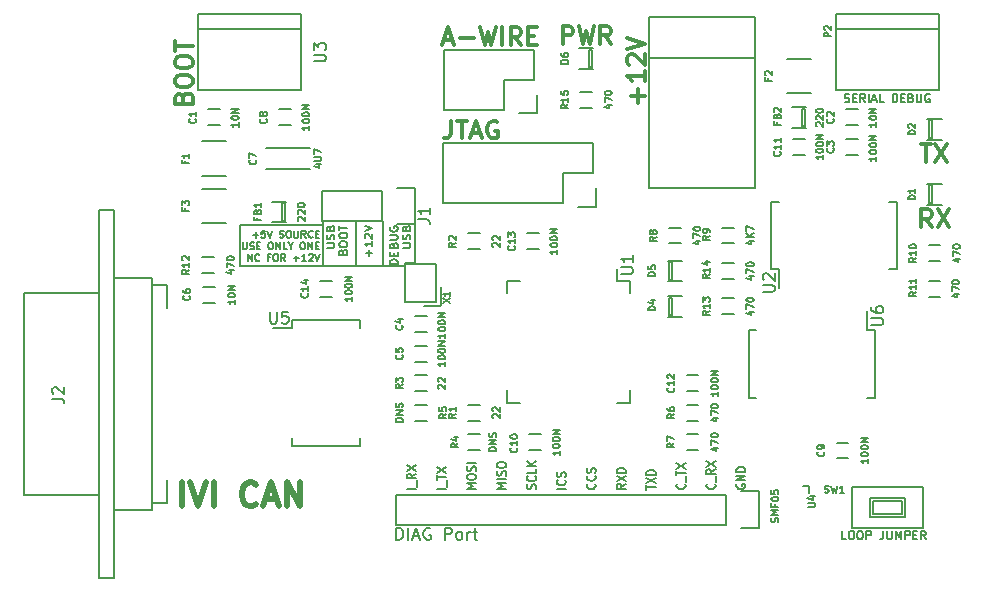
<source format=gto>
G04 #@! TF.FileFunction,Legend,Top*
%FSLAX46Y46*%
G04 Gerber Fmt 4.6, Leading zero omitted, Abs format (unit mm)*
G04 Created by KiCad (PCBNEW (2015-07-11 BZR 5925, Git c291b88)-product) date 9/9/2015 4:31:28 PM*
%MOMM*%
G01*
G04 APERTURE LIST*
%ADD10C,0.100000*%
%ADD11C,0.300000*%
%ADD12C,0.500000*%
%ADD13C,0.200000*%
%ADD14C,0.150000*%
%ADD15C,0.175000*%
%ADD16C,0.162500*%
G04 APERTURE END LIST*
D10*
D11*
X73500000Y-112778571D02*
X73500000Y-111278571D01*
X74071428Y-111278571D01*
X74214286Y-111350000D01*
X74285714Y-111421429D01*
X74357143Y-111564286D01*
X74357143Y-111778571D01*
X74285714Y-111921429D01*
X74214286Y-111992857D01*
X74071428Y-112064286D01*
X73500000Y-112064286D01*
X74857143Y-111278571D02*
X75214286Y-112778571D01*
X75500000Y-111707143D01*
X75785714Y-112778571D01*
X76142857Y-111278571D01*
X77571429Y-112778571D02*
X77071429Y-112064286D01*
X76714286Y-112778571D02*
X76714286Y-111278571D01*
X77285714Y-111278571D01*
X77428572Y-111350000D01*
X77500000Y-111421429D01*
X77571429Y-111564286D01*
X77571429Y-111778571D01*
X77500000Y-111921429D01*
X77428572Y-111992857D01*
X77285714Y-112064286D01*
X76714286Y-112064286D01*
D12*
X41299999Y-151904762D02*
X41299999Y-149904762D01*
X41966666Y-149904762D02*
X42633333Y-151904762D01*
X43300000Y-149904762D01*
X43966666Y-151904762D02*
X43966666Y-149904762D01*
X47585715Y-151714286D02*
X47490477Y-151809524D01*
X47204762Y-151904762D01*
X47014286Y-151904762D01*
X46728572Y-151809524D01*
X46538096Y-151619048D01*
X46442857Y-151428571D01*
X46347619Y-151047619D01*
X46347619Y-150761905D01*
X46442857Y-150380952D01*
X46538096Y-150190476D01*
X46728572Y-150000000D01*
X47014286Y-149904762D01*
X47204762Y-149904762D01*
X47490477Y-150000000D01*
X47585715Y-150095238D01*
X48347619Y-151333333D02*
X49300000Y-151333333D01*
X48157143Y-151904762D02*
X48823810Y-149904762D01*
X49490477Y-151904762D01*
X50157143Y-151904762D02*
X50157143Y-149904762D01*
X51300001Y-151904762D01*
X51300001Y-149904762D01*
D13*
X58300000Y-131600000D02*
X58300000Y-127800000D01*
X56000000Y-131600000D02*
X56000000Y-127800000D01*
X53200000Y-127800000D02*
X53200000Y-131600000D01*
X53200000Y-128100000D02*
X53200000Y-127800000D01*
X46200000Y-128100000D02*
X53200000Y-128100000D01*
X46200000Y-131600000D02*
X46200000Y-128100000D01*
X60200000Y-131600000D02*
X46200000Y-131600000D01*
X60200000Y-131300000D02*
X60200000Y-131600000D01*
X61000000Y-131300000D02*
X60200000Y-131300000D01*
X61000000Y-128100000D02*
X61000000Y-131300000D01*
D14*
X47285714Y-128952857D02*
X47742857Y-128952857D01*
X47514286Y-129181429D02*
X47514286Y-128724286D01*
X48314285Y-128581429D02*
X48028571Y-128581429D01*
X48000000Y-128867143D01*
X48028571Y-128838571D01*
X48085714Y-128810000D01*
X48228571Y-128810000D01*
X48285714Y-128838571D01*
X48314285Y-128867143D01*
X48342857Y-128924286D01*
X48342857Y-129067143D01*
X48314285Y-129124286D01*
X48285714Y-129152857D01*
X48228571Y-129181429D01*
X48085714Y-129181429D01*
X48028571Y-129152857D01*
X48000000Y-129124286D01*
X48514286Y-128581429D02*
X48714286Y-129181429D01*
X48914286Y-128581429D01*
X49542858Y-129152857D02*
X49628572Y-129181429D01*
X49771429Y-129181429D01*
X49828572Y-129152857D01*
X49857143Y-129124286D01*
X49885715Y-129067143D01*
X49885715Y-129010000D01*
X49857143Y-128952857D01*
X49828572Y-128924286D01*
X49771429Y-128895714D01*
X49657143Y-128867143D01*
X49600001Y-128838571D01*
X49571429Y-128810000D01*
X49542858Y-128752857D01*
X49542858Y-128695714D01*
X49571429Y-128638571D01*
X49600001Y-128610000D01*
X49657143Y-128581429D01*
X49800001Y-128581429D01*
X49885715Y-128610000D01*
X50257144Y-128581429D02*
X50371430Y-128581429D01*
X50428572Y-128610000D01*
X50485715Y-128667143D01*
X50514287Y-128781429D01*
X50514287Y-128981429D01*
X50485715Y-129095714D01*
X50428572Y-129152857D01*
X50371430Y-129181429D01*
X50257144Y-129181429D01*
X50200001Y-129152857D01*
X50142858Y-129095714D01*
X50114287Y-128981429D01*
X50114287Y-128781429D01*
X50142858Y-128667143D01*
X50200001Y-128610000D01*
X50257144Y-128581429D01*
X50771429Y-128581429D02*
X50771429Y-129067143D01*
X50800001Y-129124286D01*
X50828572Y-129152857D01*
X50885715Y-129181429D01*
X51000001Y-129181429D01*
X51057143Y-129152857D01*
X51085715Y-129124286D01*
X51114286Y-129067143D01*
X51114286Y-128581429D01*
X51742857Y-129181429D02*
X51542857Y-128895714D01*
X51400000Y-129181429D02*
X51400000Y-128581429D01*
X51628572Y-128581429D01*
X51685714Y-128610000D01*
X51714286Y-128638571D01*
X51742857Y-128695714D01*
X51742857Y-128781429D01*
X51714286Y-128838571D01*
X51685714Y-128867143D01*
X51628572Y-128895714D01*
X51400000Y-128895714D01*
X52342857Y-129124286D02*
X52314286Y-129152857D01*
X52228572Y-129181429D01*
X52171429Y-129181429D01*
X52085714Y-129152857D01*
X52028572Y-129095714D01*
X52000000Y-129038571D01*
X51971429Y-128924286D01*
X51971429Y-128838571D01*
X52000000Y-128724286D01*
X52028572Y-128667143D01*
X52085714Y-128610000D01*
X52171429Y-128581429D01*
X52228572Y-128581429D01*
X52314286Y-128610000D01*
X52342857Y-128638571D01*
X52600000Y-128867143D02*
X52800000Y-128867143D01*
X52885714Y-129181429D02*
X52600000Y-129181429D01*
X52600000Y-128581429D01*
X52885714Y-128581429D01*
X46428573Y-129571429D02*
X46428573Y-130057143D01*
X46457145Y-130114286D01*
X46485716Y-130142857D01*
X46542859Y-130171429D01*
X46657145Y-130171429D01*
X46714287Y-130142857D01*
X46742859Y-130114286D01*
X46771430Y-130057143D01*
X46771430Y-129571429D01*
X47028573Y-130142857D02*
X47114287Y-130171429D01*
X47257144Y-130171429D01*
X47314287Y-130142857D01*
X47342858Y-130114286D01*
X47371430Y-130057143D01*
X47371430Y-130000000D01*
X47342858Y-129942857D01*
X47314287Y-129914286D01*
X47257144Y-129885714D01*
X47142858Y-129857143D01*
X47085716Y-129828571D01*
X47057144Y-129800000D01*
X47028573Y-129742857D01*
X47028573Y-129685714D01*
X47057144Y-129628571D01*
X47085716Y-129600000D01*
X47142858Y-129571429D01*
X47285716Y-129571429D01*
X47371430Y-129600000D01*
X47628573Y-129857143D02*
X47828573Y-129857143D01*
X47914287Y-130171429D02*
X47628573Y-130171429D01*
X47628573Y-129571429D01*
X47914287Y-129571429D01*
X48742859Y-129571429D02*
X48857145Y-129571429D01*
X48914287Y-129600000D01*
X48971430Y-129657143D01*
X49000002Y-129771429D01*
X49000002Y-129971429D01*
X48971430Y-130085714D01*
X48914287Y-130142857D01*
X48857145Y-130171429D01*
X48742859Y-130171429D01*
X48685716Y-130142857D01*
X48628573Y-130085714D01*
X48600002Y-129971429D01*
X48600002Y-129771429D01*
X48628573Y-129657143D01*
X48685716Y-129600000D01*
X48742859Y-129571429D01*
X49257144Y-130171429D02*
X49257144Y-129571429D01*
X49600001Y-130171429D01*
X49600001Y-129571429D01*
X50171429Y-130171429D02*
X49885715Y-130171429D01*
X49885715Y-129571429D01*
X50485715Y-129885714D02*
X50485715Y-130171429D01*
X50285715Y-129571429D02*
X50485715Y-129885714D01*
X50685715Y-129571429D01*
X51457144Y-129571429D02*
X51571430Y-129571429D01*
X51628572Y-129600000D01*
X51685715Y-129657143D01*
X51714287Y-129771429D01*
X51714287Y-129971429D01*
X51685715Y-130085714D01*
X51628572Y-130142857D01*
X51571430Y-130171429D01*
X51457144Y-130171429D01*
X51400001Y-130142857D01*
X51342858Y-130085714D01*
X51314287Y-129971429D01*
X51314287Y-129771429D01*
X51342858Y-129657143D01*
X51400001Y-129600000D01*
X51457144Y-129571429D01*
X51971429Y-130171429D02*
X51971429Y-129571429D01*
X52314286Y-130171429D01*
X52314286Y-129571429D01*
X52600000Y-129857143D02*
X52800000Y-129857143D01*
X52885714Y-130171429D02*
X52600000Y-130171429D01*
X52600000Y-129571429D01*
X52885714Y-129571429D01*
X46857142Y-131161429D02*
X46857142Y-130561429D01*
X47199999Y-131161429D01*
X47199999Y-130561429D01*
X47828570Y-131104286D02*
X47799999Y-131132857D01*
X47714285Y-131161429D01*
X47657142Y-131161429D01*
X47571427Y-131132857D01*
X47514285Y-131075714D01*
X47485713Y-131018571D01*
X47457142Y-130904286D01*
X47457142Y-130818571D01*
X47485713Y-130704286D01*
X47514285Y-130647143D01*
X47571427Y-130590000D01*
X47657142Y-130561429D01*
X47714285Y-130561429D01*
X47799999Y-130590000D01*
X47828570Y-130618571D01*
X48742856Y-130847143D02*
X48542856Y-130847143D01*
X48542856Y-131161429D02*
X48542856Y-130561429D01*
X48828570Y-130561429D01*
X49171428Y-130561429D02*
X49285714Y-130561429D01*
X49342856Y-130590000D01*
X49399999Y-130647143D01*
X49428571Y-130761429D01*
X49428571Y-130961429D01*
X49399999Y-131075714D01*
X49342856Y-131132857D01*
X49285714Y-131161429D01*
X49171428Y-131161429D01*
X49114285Y-131132857D01*
X49057142Y-131075714D01*
X49028571Y-130961429D01*
X49028571Y-130761429D01*
X49057142Y-130647143D01*
X49114285Y-130590000D01*
X49171428Y-130561429D01*
X50028570Y-131161429D02*
X49828570Y-130875714D01*
X49685713Y-131161429D02*
X49685713Y-130561429D01*
X49914285Y-130561429D01*
X49971427Y-130590000D01*
X49999999Y-130618571D01*
X50028570Y-130675714D01*
X50028570Y-130761429D01*
X49999999Y-130818571D01*
X49971427Y-130847143D01*
X49914285Y-130875714D01*
X49685713Y-130875714D01*
X50742856Y-130932857D02*
X51199999Y-130932857D01*
X50971428Y-131161429D02*
X50971428Y-130704286D01*
X51799999Y-131161429D02*
X51457142Y-131161429D01*
X51628570Y-131161429D02*
X51628570Y-130561429D01*
X51571427Y-130647143D01*
X51514285Y-130704286D01*
X51457142Y-130732857D01*
X52028571Y-130618571D02*
X52057142Y-130590000D01*
X52114285Y-130561429D01*
X52257142Y-130561429D01*
X52314285Y-130590000D01*
X52342856Y-130618571D01*
X52371428Y-130675714D01*
X52371428Y-130732857D01*
X52342856Y-130818571D01*
X51999999Y-131161429D01*
X52371428Y-131161429D01*
X52542857Y-130561429D02*
X52742857Y-131161429D01*
X52942857Y-130561429D01*
D15*
X97516668Y-154716667D02*
X97183335Y-154716667D01*
X97183335Y-154016667D01*
X97883335Y-154016667D02*
X98016668Y-154016667D01*
X98083335Y-154050000D01*
X98150002Y-154116667D01*
X98183335Y-154250000D01*
X98183335Y-154483333D01*
X98150002Y-154616667D01*
X98083335Y-154683333D01*
X98016668Y-154716667D01*
X97883335Y-154716667D01*
X97816668Y-154683333D01*
X97750002Y-154616667D01*
X97716668Y-154483333D01*
X97716668Y-154250000D01*
X97750002Y-154116667D01*
X97816668Y-154050000D01*
X97883335Y-154016667D01*
X98616668Y-154016667D02*
X98750001Y-154016667D01*
X98816668Y-154050000D01*
X98883335Y-154116667D01*
X98916668Y-154250000D01*
X98916668Y-154483333D01*
X98883335Y-154616667D01*
X98816668Y-154683333D01*
X98750001Y-154716667D01*
X98616668Y-154716667D01*
X98550001Y-154683333D01*
X98483335Y-154616667D01*
X98450001Y-154483333D01*
X98450001Y-154250000D01*
X98483335Y-154116667D01*
X98550001Y-154050000D01*
X98616668Y-154016667D01*
X99216668Y-154716667D02*
X99216668Y-154016667D01*
X99483334Y-154016667D01*
X99550001Y-154050000D01*
X99583334Y-154083333D01*
X99616668Y-154150000D01*
X99616668Y-154250000D01*
X99583334Y-154316667D01*
X99550001Y-154350000D01*
X99483334Y-154383333D01*
X99216668Y-154383333D01*
X100650001Y-154016667D02*
X100650001Y-154516667D01*
X100616667Y-154616667D01*
X100550001Y-154683333D01*
X100450001Y-154716667D01*
X100383334Y-154716667D01*
X100983334Y-154016667D02*
X100983334Y-154583333D01*
X101016667Y-154650000D01*
X101050000Y-154683333D01*
X101116667Y-154716667D01*
X101250000Y-154716667D01*
X101316667Y-154683333D01*
X101350000Y-154650000D01*
X101383334Y-154583333D01*
X101383334Y-154016667D01*
X101716667Y-154716667D02*
X101716667Y-154016667D01*
X101950000Y-154516667D01*
X102183333Y-154016667D01*
X102183333Y-154716667D01*
X102516667Y-154716667D02*
X102516667Y-154016667D01*
X102783333Y-154016667D01*
X102850000Y-154050000D01*
X102883333Y-154083333D01*
X102916667Y-154150000D01*
X102916667Y-154250000D01*
X102883333Y-154316667D01*
X102850000Y-154350000D01*
X102783333Y-154383333D01*
X102516667Y-154383333D01*
X103216667Y-154350000D02*
X103450000Y-154350000D01*
X103550000Y-154716667D02*
X103216667Y-154716667D01*
X103216667Y-154016667D01*
X103550000Y-154016667D01*
X104250000Y-154716667D02*
X104016666Y-154383333D01*
X103850000Y-154716667D02*
X103850000Y-154016667D01*
X104116666Y-154016667D01*
X104183333Y-154050000D01*
X104216666Y-154083333D01*
X104250000Y-154150000D01*
X104250000Y-154250000D01*
X104216666Y-154316667D01*
X104183333Y-154350000D01*
X104116666Y-154383333D01*
X103850000Y-154383333D01*
D16*
X53526548Y-130033333D02*
X54052738Y-130033333D01*
X54114643Y-130000000D01*
X54145595Y-129966667D01*
X54176548Y-129900000D01*
X54176548Y-129766667D01*
X54145595Y-129700000D01*
X54114643Y-129666667D01*
X54052738Y-129633333D01*
X53526548Y-129633333D01*
X54145595Y-129333334D02*
X54176548Y-129233334D01*
X54176548Y-129066667D01*
X54145595Y-129000000D01*
X54114643Y-128966667D01*
X54052738Y-128933334D01*
X53990833Y-128933334D01*
X53928929Y-128966667D01*
X53897976Y-129000000D01*
X53867024Y-129066667D01*
X53836071Y-129200000D01*
X53805119Y-129266667D01*
X53774167Y-129300000D01*
X53712262Y-129333334D01*
X53650357Y-129333334D01*
X53588452Y-129300000D01*
X53557500Y-129266667D01*
X53526548Y-129200000D01*
X53526548Y-129033334D01*
X53557500Y-128933334D01*
X53836071Y-128400000D02*
X53867024Y-128300000D01*
X53897976Y-128266667D01*
X53959881Y-128233333D01*
X54052738Y-128233333D01*
X54114643Y-128266667D01*
X54145595Y-128300000D01*
X54176548Y-128366667D01*
X54176548Y-128633333D01*
X53526548Y-128633333D01*
X53526548Y-128400000D01*
X53557500Y-128333333D01*
X53588452Y-128300000D01*
X53650357Y-128266667D01*
X53712262Y-128266667D01*
X53774167Y-128300000D01*
X53805119Y-128333333D01*
X53836071Y-128400000D01*
X53836071Y-128633333D01*
X54908571Y-130399999D02*
X54939524Y-130299999D01*
X54970476Y-130266666D01*
X55032381Y-130233332D01*
X55125238Y-130233332D01*
X55187143Y-130266666D01*
X55218095Y-130299999D01*
X55249048Y-130366666D01*
X55249048Y-130633332D01*
X54599048Y-130633332D01*
X54599048Y-130399999D01*
X54630000Y-130333332D01*
X54660952Y-130299999D01*
X54722857Y-130266666D01*
X54784762Y-130266666D01*
X54846667Y-130299999D01*
X54877619Y-130333332D01*
X54908571Y-130399999D01*
X54908571Y-130633332D01*
X54599048Y-129799999D02*
X54599048Y-129666666D01*
X54630000Y-129599999D01*
X54691905Y-129533332D01*
X54815714Y-129499999D01*
X55032381Y-129499999D01*
X55156190Y-129533332D01*
X55218095Y-129599999D01*
X55249048Y-129666666D01*
X55249048Y-129799999D01*
X55218095Y-129866666D01*
X55156190Y-129933332D01*
X55032381Y-129966666D01*
X54815714Y-129966666D01*
X54691905Y-129933332D01*
X54630000Y-129866666D01*
X54599048Y-129799999D01*
X54599048Y-129066666D02*
X54599048Y-128933333D01*
X54630000Y-128866666D01*
X54691905Y-128799999D01*
X54815714Y-128766666D01*
X55032381Y-128766666D01*
X55156190Y-128799999D01*
X55218095Y-128866666D01*
X55249048Y-128933333D01*
X55249048Y-129066666D01*
X55218095Y-129133333D01*
X55156190Y-129199999D01*
X55032381Y-129233333D01*
X54815714Y-129233333D01*
X54691905Y-129199999D01*
X54630000Y-129133333D01*
X54599048Y-129066666D01*
X54599048Y-128566666D02*
X54599048Y-128166666D01*
X55249048Y-128366666D02*
X54599048Y-128366666D01*
X57146429Y-130733334D02*
X57146429Y-130200001D01*
X57394048Y-130466668D02*
X56898810Y-130466668D01*
X57394048Y-129500001D02*
X57394048Y-129900001D01*
X57394048Y-129700001D02*
X56744048Y-129700001D01*
X56836905Y-129766667D01*
X56898810Y-129833334D01*
X56929762Y-129900001D01*
X56805952Y-129233334D02*
X56775000Y-129200000D01*
X56744048Y-129133334D01*
X56744048Y-128966667D01*
X56775000Y-128900000D01*
X56805952Y-128866667D01*
X56867857Y-128833334D01*
X56929762Y-128833334D01*
X57022619Y-128866667D01*
X57394048Y-129266667D01*
X57394048Y-128833334D01*
X56744048Y-128633333D02*
X57394048Y-128400000D01*
X56744048Y-128166667D01*
X59539048Y-131399999D02*
X58889048Y-131399999D01*
X58889048Y-131233333D01*
X58920000Y-131133333D01*
X58981905Y-131066666D01*
X59043810Y-131033333D01*
X59167619Y-130999999D01*
X59260476Y-130999999D01*
X59384286Y-131033333D01*
X59446190Y-131066666D01*
X59508095Y-131133333D01*
X59539048Y-131233333D01*
X59539048Y-131399999D01*
X59198571Y-130699999D02*
X59198571Y-130466666D01*
X59539048Y-130366666D02*
X59539048Y-130699999D01*
X58889048Y-130699999D01*
X58889048Y-130366666D01*
X59198571Y-129833333D02*
X59229524Y-129733333D01*
X59260476Y-129700000D01*
X59322381Y-129666666D01*
X59415238Y-129666666D01*
X59477143Y-129700000D01*
X59508095Y-129733333D01*
X59539048Y-129800000D01*
X59539048Y-130066666D01*
X58889048Y-130066666D01*
X58889048Y-129833333D01*
X58920000Y-129766666D01*
X58950952Y-129733333D01*
X59012857Y-129700000D01*
X59074762Y-129700000D01*
X59136667Y-129733333D01*
X59167619Y-129766666D01*
X59198571Y-129833333D01*
X59198571Y-130066666D01*
X58889048Y-129366666D02*
X59415238Y-129366666D01*
X59477143Y-129333333D01*
X59508095Y-129300000D01*
X59539048Y-129233333D01*
X59539048Y-129100000D01*
X59508095Y-129033333D01*
X59477143Y-129000000D01*
X59415238Y-128966666D01*
X58889048Y-128966666D01*
X58920000Y-128266667D02*
X58889048Y-128333333D01*
X58889048Y-128433333D01*
X58920000Y-128533333D01*
X58981905Y-128600000D01*
X59043810Y-128633333D01*
X59167619Y-128666667D01*
X59260476Y-128666667D01*
X59384286Y-128633333D01*
X59446190Y-128600000D01*
X59508095Y-128533333D01*
X59539048Y-128433333D01*
X59539048Y-128366667D01*
X59508095Y-128266667D01*
X59477143Y-128233333D01*
X59260476Y-128233333D01*
X59260476Y-128366667D01*
X59961548Y-130033333D02*
X60487738Y-130033333D01*
X60549643Y-130000000D01*
X60580595Y-129966667D01*
X60611548Y-129900000D01*
X60611548Y-129766667D01*
X60580595Y-129700000D01*
X60549643Y-129666667D01*
X60487738Y-129633333D01*
X59961548Y-129633333D01*
X60580595Y-129333334D02*
X60611548Y-129233334D01*
X60611548Y-129066667D01*
X60580595Y-129000000D01*
X60549643Y-128966667D01*
X60487738Y-128933334D01*
X60425833Y-128933334D01*
X60363929Y-128966667D01*
X60332976Y-129000000D01*
X60302024Y-129066667D01*
X60271071Y-129200000D01*
X60240119Y-129266667D01*
X60209167Y-129300000D01*
X60147262Y-129333334D01*
X60085357Y-129333334D01*
X60023452Y-129300000D01*
X59992500Y-129266667D01*
X59961548Y-129200000D01*
X59961548Y-129033334D01*
X59992500Y-128933334D01*
X60271071Y-128400000D02*
X60302024Y-128300000D01*
X60332976Y-128266667D01*
X60394881Y-128233333D01*
X60487738Y-128233333D01*
X60549643Y-128266667D01*
X60580595Y-128300000D01*
X60611548Y-128366667D01*
X60611548Y-128633333D01*
X59961548Y-128633333D01*
X59961548Y-128400000D01*
X59992500Y-128333333D01*
X60023452Y-128300000D01*
X60085357Y-128266667D01*
X60147262Y-128266667D01*
X60209167Y-128300000D01*
X60240119Y-128333333D01*
X60271071Y-128400000D01*
X60271071Y-128633333D01*
D11*
X104750001Y-128278571D02*
X104250001Y-127564286D01*
X103892858Y-128278571D02*
X103892858Y-126778571D01*
X104464286Y-126778571D01*
X104607144Y-126850000D01*
X104678572Y-126921429D01*
X104750001Y-127064286D01*
X104750001Y-127278571D01*
X104678572Y-127421429D01*
X104607144Y-127492857D01*
X104464286Y-127564286D01*
X103892858Y-127564286D01*
X105250001Y-126778571D02*
X106250001Y-128278571D01*
X106250001Y-126778571D02*
X105250001Y-128278571D01*
X103857143Y-121278571D02*
X104714286Y-121278571D01*
X104285715Y-122778571D02*
X104285715Y-121278571D01*
X105071429Y-121278571D02*
X106071429Y-122778571D01*
X106071429Y-121278571D02*
X105071429Y-122778571D01*
D15*
X97383334Y-117683333D02*
X97483334Y-117716667D01*
X97650001Y-117716667D01*
X97716668Y-117683333D01*
X97750001Y-117650000D01*
X97783334Y-117583333D01*
X97783334Y-117516667D01*
X97750001Y-117450000D01*
X97716668Y-117416667D01*
X97650001Y-117383333D01*
X97516668Y-117350000D01*
X97450001Y-117316667D01*
X97416668Y-117283333D01*
X97383334Y-117216667D01*
X97383334Y-117150000D01*
X97416668Y-117083333D01*
X97450001Y-117050000D01*
X97516668Y-117016667D01*
X97683334Y-117016667D01*
X97783334Y-117050000D01*
X98083335Y-117350000D02*
X98316668Y-117350000D01*
X98416668Y-117716667D02*
X98083335Y-117716667D01*
X98083335Y-117016667D01*
X98416668Y-117016667D01*
X99116668Y-117716667D02*
X98883334Y-117383333D01*
X98716668Y-117716667D02*
X98716668Y-117016667D01*
X98983334Y-117016667D01*
X99050001Y-117050000D01*
X99083334Y-117083333D01*
X99116668Y-117150000D01*
X99116668Y-117250000D01*
X99083334Y-117316667D01*
X99050001Y-117350000D01*
X98983334Y-117383333D01*
X98716668Y-117383333D01*
X99416668Y-117716667D02*
X99416668Y-117016667D01*
X99716667Y-117516667D02*
X100050001Y-117516667D01*
X99650001Y-117716667D02*
X99883334Y-117016667D01*
X100116667Y-117716667D01*
X100683334Y-117716667D02*
X100350001Y-117716667D01*
X100350001Y-117016667D01*
X101450001Y-117716667D02*
X101450001Y-117016667D01*
X101616667Y-117016667D01*
X101716667Y-117050000D01*
X101783334Y-117116667D01*
X101816667Y-117183333D01*
X101850001Y-117316667D01*
X101850001Y-117416667D01*
X101816667Y-117550000D01*
X101783334Y-117616667D01*
X101716667Y-117683333D01*
X101616667Y-117716667D01*
X101450001Y-117716667D01*
X102150001Y-117350000D02*
X102383334Y-117350000D01*
X102483334Y-117716667D02*
X102150001Y-117716667D01*
X102150001Y-117016667D01*
X102483334Y-117016667D01*
X103016667Y-117350000D02*
X103116667Y-117383333D01*
X103150000Y-117416667D01*
X103183334Y-117483333D01*
X103183334Y-117583333D01*
X103150000Y-117650000D01*
X103116667Y-117683333D01*
X103050000Y-117716667D01*
X102783334Y-117716667D01*
X102783334Y-117016667D01*
X103016667Y-117016667D01*
X103083334Y-117050000D01*
X103116667Y-117083333D01*
X103150000Y-117150000D01*
X103150000Y-117216667D01*
X103116667Y-117283333D01*
X103083334Y-117316667D01*
X103016667Y-117350000D01*
X102783334Y-117350000D01*
X103483334Y-117016667D02*
X103483334Y-117583333D01*
X103516667Y-117650000D01*
X103550000Y-117683333D01*
X103616667Y-117716667D01*
X103750000Y-117716667D01*
X103816667Y-117683333D01*
X103850000Y-117650000D01*
X103883334Y-117583333D01*
X103883334Y-117016667D01*
X104583333Y-117050000D02*
X104516667Y-117016667D01*
X104416667Y-117016667D01*
X104316667Y-117050000D01*
X104250000Y-117116667D01*
X104216667Y-117183333D01*
X104183333Y-117316667D01*
X104183333Y-117416667D01*
X104216667Y-117550000D01*
X104250000Y-117616667D01*
X104316667Y-117683333D01*
X104416667Y-117716667D01*
X104483333Y-117716667D01*
X104583333Y-117683333D01*
X104616667Y-117650000D01*
X104616667Y-117416667D01*
X104483333Y-117416667D01*
D11*
X41392857Y-117335714D02*
X41464286Y-117121428D01*
X41535714Y-117050000D01*
X41678571Y-116978571D01*
X41892857Y-116978571D01*
X42035714Y-117050000D01*
X42107143Y-117121428D01*
X42178571Y-117264286D01*
X42178571Y-117835714D01*
X40678571Y-117835714D01*
X40678571Y-117335714D01*
X40750000Y-117192857D01*
X40821429Y-117121428D01*
X40964286Y-117050000D01*
X41107143Y-117050000D01*
X41250000Y-117121428D01*
X41321429Y-117192857D01*
X41392857Y-117335714D01*
X41392857Y-117835714D01*
X40678571Y-116050000D02*
X40678571Y-115764286D01*
X40750000Y-115621428D01*
X40892857Y-115478571D01*
X41178571Y-115407143D01*
X41678571Y-115407143D01*
X41964286Y-115478571D01*
X42107143Y-115621428D01*
X42178571Y-115764286D01*
X42178571Y-116050000D01*
X42107143Y-116192857D01*
X41964286Y-116335714D01*
X41678571Y-116407143D01*
X41178571Y-116407143D01*
X40892857Y-116335714D01*
X40750000Y-116192857D01*
X40678571Y-116050000D01*
X40678571Y-114478571D02*
X40678571Y-114192857D01*
X40750000Y-114049999D01*
X40892857Y-113907142D01*
X41178571Y-113835714D01*
X41678571Y-113835714D01*
X41964286Y-113907142D01*
X42107143Y-114049999D01*
X42178571Y-114192857D01*
X42178571Y-114478571D01*
X42107143Y-114621428D01*
X41964286Y-114764285D01*
X41678571Y-114835714D01*
X41178571Y-114835714D01*
X40892857Y-114764285D01*
X40750000Y-114621428D01*
X40678571Y-114478571D01*
X40678571Y-113407142D02*
X40678571Y-112549999D01*
X42178571Y-112978570D02*
X40678571Y-112978570D01*
X79907143Y-117742856D02*
X79907143Y-116599999D01*
X80478571Y-117171428D02*
X79335714Y-117171428D01*
X80478571Y-115099999D02*
X80478571Y-115957142D01*
X80478571Y-115528570D02*
X78978571Y-115528570D01*
X79192857Y-115671427D01*
X79335714Y-115814285D01*
X79407143Y-115957142D01*
X79121429Y-114528571D02*
X79050000Y-114457142D01*
X78978571Y-114314285D01*
X78978571Y-113957142D01*
X79050000Y-113814285D01*
X79121429Y-113742856D01*
X79264286Y-113671428D01*
X79407143Y-113671428D01*
X79621429Y-113742856D01*
X80478571Y-114599999D01*
X80478571Y-113671428D01*
X78978571Y-113242857D02*
X80478571Y-112742857D01*
X78978571Y-112242857D01*
X64050000Y-119278571D02*
X64050000Y-120350000D01*
X63978572Y-120564286D01*
X63835715Y-120707143D01*
X63621429Y-120778571D01*
X63478572Y-120778571D01*
X64550000Y-119278571D02*
X65407143Y-119278571D01*
X64978572Y-120778571D02*
X64978572Y-119278571D01*
X65835714Y-120350000D02*
X66550000Y-120350000D01*
X65692857Y-120778571D02*
X66192857Y-119278571D01*
X66692857Y-120778571D01*
X67978571Y-119350000D02*
X67835714Y-119278571D01*
X67621428Y-119278571D01*
X67407143Y-119350000D01*
X67264285Y-119492857D01*
X67192857Y-119635714D01*
X67121428Y-119921429D01*
X67121428Y-120135714D01*
X67192857Y-120421429D01*
X67264285Y-120564286D01*
X67407143Y-120707143D01*
X67621428Y-120778571D01*
X67764285Y-120778571D01*
X67978571Y-120707143D01*
X68050000Y-120635714D01*
X68050000Y-120135714D01*
X67764285Y-120135714D01*
X63471428Y-112450000D02*
X64185714Y-112450000D01*
X63328571Y-112878571D02*
X63828571Y-111378571D01*
X64328571Y-112878571D01*
X64828571Y-112307143D02*
X65971428Y-112307143D01*
X66542857Y-111378571D02*
X66900000Y-112878571D01*
X67185714Y-111807143D01*
X67471428Y-112878571D01*
X67828571Y-111378571D01*
X68400000Y-112878571D02*
X68400000Y-111378571D01*
X69971429Y-112878571D02*
X69471429Y-112164286D01*
X69114286Y-112878571D02*
X69114286Y-111378571D01*
X69685714Y-111378571D01*
X69828572Y-111450000D01*
X69900000Y-111521429D01*
X69971429Y-111664286D01*
X69971429Y-111878571D01*
X69900000Y-112021429D01*
X69828572Y-112092857D01*
X69685714Y-112164286D01*
X69114286Y-112164286D01*
X70614286Y-112092857D02*
X71114286Y-112092857D01*
X71328572Y-112878571D02*
X70614286Y-112878571D01*
X70614286Y-111378571D01*
X71328572Y-111378571D01*
D15*
X61115857Y-150433333D02*
X60335857Y-150433333D01*
X61190143Y-150266667D02*
X61190143Y-149733334D01*
X61115857Y-149166667D02*
X60744429Y-149400001D01*
X61115857Y-149566667D02*
X60335857Y-149566667D01*
X60335857Y-149300001D01*
X60373000Y-149233334D01*
X60410143Y-149200001D01*
X60484429Y-149166667D01*
X60595857Y-149166667D01*
X60670143Y-149200001D01*
X60707286Y-149233334D01*
X60744429Y-149300001D01*
X60744429Y-149566667D01*
X60335857Y-148933334D02*
X61115857Y-148466667D01*
X60335857Y-148466667D02*
X61115857Y-148933334D01*
X63649857Y-150433333D02*
X62869857Y-150433333D01*
X63724143Y-150266667D02*
X63724143Y-149733334D01*
X62869857Y-149666667D02*
X62869857Y-149266667D01*
X63649857Y-149466667D02*
X62869857Y-149466667D01*
X62869857Y-149100001D02*
X63649857Y-148633334D01*
X62869857Y-148633334D02*
X63649857Y-149100001D01*
X66183857Y-150433333D02*
X65403857Y-150433333D01*
X65961000Y-150200000D01*
X65403857Y-149966667D01*
X66183857Y-149966667D01*
X65403857Y-149500000D02*
X65403857Y-149366667D01*
X65441000Y-149300000D01*
X65515286Y-149233333D01*
X65663857Y-149200000D01*
X65923857Y-149200000D01*
X66072429Y-149233333D01*
X66146714Y-149300000D01*
X66183857Y-149366667D01*
X66183857Y-149500000D01*
X66146714Y-149566667D01*
X66072429Y-149633333D01*
X65923857Y-149666667D01*
X65663857Y-149666667D01*
X65515286Y-149633333D01*
X65441000Y-149566667D01*
X65403857Y-149500000D01*
X66146714Y-148933334D02*
X66183857Y-148833334D01*
X66183857Y-148666667D01*
X66146714Y-148600000D01*
X66109571Y-148566667D01*
X66035286Y-148533334D01*
X65961000Y-148533334D01*
X65886714Y-148566667D01*
X65849571Y-148600000D01*
X65812429Y-148666667D01*
X65775286Y-148800000D01*
X65738143Y-148866667D01*
X65701000Y-148900000D01*
X65626714Y-148933334D01*
X65552429Y-148933334D01*
X65478143Y-148900000D01*
X65441000Y-148866667D01*
X65403857Y-148800000D01*
X65403857Y-148633334D01*
X65441000Y-148533334D01*
X66183857Y-148233333D02*
X65403857Y-148233333D01*
X68717857Y-150433333D02*
X67937857Y-150433333D01*
X68495000Y-150200000D01*
X67937857Y-149966667D01*
X68717857Y-149966667D01*
X68717857Y-149633333D02*
X67937857Y-149633333D01*
X68680714Y-149333334D02*
X68717857Y-149233334D01*
X68717857Y-149066667D01*
X68680714Y-149000000D01*
X68643571Y-148966667D01*
X68569286Y-148933334D01*
X68495000Y-148933334D01*
X68420714Y-148966667D01*
X68383571Y-149000000D01*
X68346429Y-149066667D01*
X68309286Y-149200000D01*
X68272143Y-149266667D01*
X68235000Y-149300000D01*
X68160714Y-149333334D01*
X68086429Y-149333334D01*
X68012143Y-149300000D01*
X67975000Y-149266667D01*
X67937857Y-149200000D01*
X67937857Y-149033334D01*
X67975000Y-148933334D01*
X67937857Y-148500000D02*
X67937857Y-148366667D01*
X67975000Y-148300000D01*
X68049286Y-148233333D01*
X68197857Y-148200000D01*
X68457857Y-148200000D01*
X68606429Y-148233333D01*
X68680714Y-148300000D01*
X68717857Y-148366667D01*
X68717857Y-148500000D01*
X68680714Y-148566667D01*
X68606429Y-148633333D01*
X68457857Y-148666667D01*
X68197857Y-148666667D01*
X68049286Y-148633333D01*
X67975000Y-148566667D01*
X67937857Y-148500000D01*
X71214714Y-150466667D02*
X71251857Y-150366667D01*
X71251857Y-150200000D01*
X71214714Y-150133333D01*
X71177571Y-150100000D01*
X71103286Y-150066667D01*
X71029000Y-150066667D01*
X70954714Y-150100000D01*
X70917571Y-150133333D01*
X70880429Y-150200000D01*
X70843286Y-150333333D01*
X70806143Y-150400000D01*
X70769000Y-150433333D01*
X70694714Y-150466667D01*
X70620429Y-150466667D01*
X70546143Y-150433333D01*
X70509000Y-150400000D01*
X70471857Y-150333333D01*
X70471857Y-150166667D01*
X70509000Y-150066667D01*
X71177571Y-149366666D02*
X71214714Y-149400000D01*
X71251857Y-149500000D01*
X71251857Y-149566666D01*
X71214714Y-149666666D01*
X71140429Y-149733333D01*
X71066143Y-149766666D01*
X70917571Y-149800000D01*
X70806143Y-149800000D01*
X70657571Y-149766666D01*
X70583286Y-149733333D01*
X70509000Y-149666666D01*
X70471857Y-149566666D01*
X70471857Y-149500000D01*
X70509000Y-149400000D01*
X70546143Y-149366666D01*
X71251857Y-148733333D02*
X71251857Y-149066666D01*
X70471857Y-149066666D01*
X71251857Y-148499999D02*
X70471857Y-148499999D01*
X71251857Y-148099999D02*
X70806143Y-148399999D01*
X70471857Y-148099999D02*
X70917571Y-148499999D01*
X73785857Y-150433333D02*
X73005857Y-150433333D01*
X73711571Y-149700000D02*
X73748714Y-149733334D01*
X73785857Y-149833334D01*
X73785857Y-149900000D01*
X73748714Y-150000000D01*
X73674429Y-150066667D01*
X73600143Y-150100000D01*
X73451571Y-150133334D01*
X73340143Y-150133334D01*
X73191571Y-150100000D01*
X73117286Y-150066667D01*
X73043000Y-150000000D01*
X73005857Y-149900000D01*
X73005857Y-149833334D01*
X73043000Y-149733334D01*
X73080143Y-149700000D01*
X73748714Y-149433334D02*
X73785857Y-149333334D01*
X73785857Y-149166667D01*
X73748714Y-149100000D01*
X73711571Y-149066667D01*
X73637286Y-149033334D01*
X73563000Y-149033334D01*
X73488714Y-149066667D01*
X73451571Y-149100000D01*
X73414429Y-149166667D01*
X73377286Y-149300000D01*
X73340143Y-149366667D01*
X73303000Y-149400000D01*
X73228714Y-149433334D01*
X73154429Y-149433334D01*
X73080143Y-149400000D01*
X73043000Y-149366667D01*
X73005857Y-149300000D01*
X73005857Y-149133334D01*
X73043000Y-149033334D01*
X76245571Y-150033333D02*
X76282714Y-150066667D01*
X76319857Y-150166667D01*
X76319857Y-150233333D01*
X76282714Y-150333333D01*
X76208429Y-150400000D01*
X76134143Y-150433333D01*
X75985571Y-150466667D01*
X75874143Y-150466667D01*
X75725571Y-150433333D01*
X75651286Y-150400000D01*
X75577000Y-150333333D01*
X75539857Y-150233333D01*
X75539857Y-150166667D01*
X75577000Y-150066667D01*
X75614143Y-150033333D01*
X76245571Y-149333333D02*
X76282714Y-149366667D01*
X76319857Y-149466667D01*
X76319857Y-149533333D01*
X76282714Y-149633333D01*
X76208429Y-149700000D01*
X76134143Y-149733333D01*
X75985571Y-149766667D01*
X75874143Y-149766667D01*
X75725571Y-149733333D01*
X75651286Y-149700000D01*
X75577000Y-149633333D01*
X75539857Y-149533333D01*
X75539857Y-149466667D01*
X75577000Y-149366667D01*
X75614143Y-149333333D01*
X76282714Y-149066667D02*
X76319857Y-148966667D01*
X76319857Y-148800000D01*
X76282714Y-148733333D01*
X76245571Y-148700000D01*
X76171286Y-148666667D01*
X76097000Y-148666667D01*
X76022714Y-148700000D01*
X75985571Y-148733333D01*
X75948429Y-148800000D01*
X75911286Y-148933333D01*
X75874143Y-149000000D01*
X75837000Y-149033333D01*
X75762714Y-149066667D01*
X75688429Y-149066667D01*
X75614143Y-149033333D01*
X75577000Y-149000000D01*
X75539857Y-148933333D01*
X75539857Y-148766667D01*
X75577000Y-148666667D01*
X78853857Y-150033333D02*
X78482429Y-150266667D01*
X78853857Y-150433333D02*
X78073857Y-150433333D01*
X78073857Y-150166667D01*
X78111000Y-150100000D01*
X78148143Y-150066667D01*
X78222429Y-150033333D01*
X78333857Y-150033333D01*
X78408143Y-150066667D01*
X78445286Y-150100000D01*
X78482429Y-150166667D01*
X78482429Y-150433333D01*
X78073857Y-149800000D02*
X78853857Y-149333333D01*
X78073857Y-149333333D02*
X78853857Y-149800000D01*
X78853857Y-149066666D02*
X78073857Y-149066666D01*
X78073857Y-148900000D01*
X78111000Y-148800000D01*
X78185286Y-148733333D01*
X78259571Y-148700000D01*
X78408143Y-148666666D01*
X78519571Y-148666666D01*
X78668143Y-148700000D01*
X78742429Y-148733333D01*
X78816714Y-148800000D01*
X78853857Y-148900000D01*
X78853857Y-149066666D01*
X80607857Y-150533333D02*
X80607857Y-150133333D01*
X81387857Y-150333333D02*
X80607857Y-150333333D01*
X80607857Y-149966667D02*
X81387857Y-149500000D01*
X80607857Y-149500000D02*
X81387857Y-149966667D01*
X81387857Y-149233333D02*
X80607857Y-149233333D01*
X80607857Y-149066667D01*
X80645000Y-148966667D01*
X80719286Y-148900000D01*
X80793571Y-148866667D01*
X80942143Y-148833333D01*
X81053571Y-148833333D01*
X81202143Y-148866667D01*
X81276429Y-148900000D01*
X81350714Y-148966667D01*
X81387857Y-149066667D01*
X81387857Y-149233333D01*
X83847571Y-150033333D02*
X83884714Y-150066667D01*
X83921857Y-150166667D01*
X83921857Y-150233333D01*
X83884714Y-150333333D01*
X83810429Y-150400000D01*
X83736143Y-150433333D01*
X83587571Y-150466667D01*
X83476143Y-150466667D01*
X83327571Y-150433333D01*
X83253286Y-150400000D01*
X83179000Y-150333333D01*
X83141857Y-150233333D01*
X83141857Y-150166667D01*
X83179000Y-150066667D01*
X83216143Y-150033333D01*
X83996143Y-149900000D02*
X83996143Y-149366667D01*
X83141857Y-149300000D02*
X83141857Y-148900000D01*
X83921857Y-149100000D02*
X83141857Y-149100000D01*
X83141857Y-148733334D02*
X83921857Y-148266667D01*
X83141857Y-148266667D02*
X83921857Y-148733334D01*
X86381571Y-150033333D02*
X86418714Y-150066667D01*
X86455857Y-150166667D01*
X86455857Y-150233333D01*
X86418714Y-150333333D01*
X86344429Y-150400000D01*
X86270143Y-150433333D01*
X86121571Y-150466667D01*
X86010143Y-150466667D01*
X85861571Y-150433333D01*
X85787286Y-150400000D01*
X85713000Y-150333333D01*
X85675857Y-150233333D01*
X85675857Y-150166667D01*
X85713000Y-150066667D01*
X85750143Y-150033333D01*
X86530143Y-149900000D02*
X86530143Y-149366667D01*
X86455857Y-148800000D02*
X86084429Y-149033334D01*
X86455857Y-149200000D02*
X85675857Y-149200000D01*
X85675857Y-148933334D01*
X85713000Y-148866667D01*
X85750143Y-148833334D01*
X85824429Y-148800000D01*
X85935857Y-148800000D01*
X86010143Y-148833334D01*
X86047286Y-148866667D01*
X86084429Y-148933334D01*
X86084429Y-149200000D01*
X85675857Y-148566667D02*
X86455857Y-148100000D01*
X85675857Y-148100000D02*
X86455857Y-148566667D01*
X88247000Y-150066667D02*
X88209857Y-150133333D01*
X88209857Y-150233333D01*
X88247000Y-150333333D01*
X88321286Y-150400000D01*
X88395571Y-150433333D01*
X88544143Y-150466667D01*
X88655571Y-150466667D01*
X88804143Y-150433333D01*
X88878429Y-150400000D01*
X88952714Y-150333333D01*
X88989857Y-150233333D01*
X88989857Y-150166667D01*
X88952714Y-150066667D01*
X88915571Y-150033333D01*
X88655571Y-150033333D01*
X88655571Y-150166667D01*
X88989857Y-149733333D02*
X88209857Y-149733333D01*
X88989857Y-149333333D01*
X88209857Y-149333333D01*
X88989857Y-149000000D02*
X88209857Y-149000000D01*
X88209857Y-148833334D01*
X88247000Y-148733334D01*
X88321286Y-148666667D01*
X88395571Y-148633334D01*
X88544143Y-148600000D01*
X88655571Y-148600000D01*
X88804143Y-148633334D01*
X88878429Y-148666667D01*
X88952714Y-148733334D01*
X88989857Y-148833334D01*
X88989857Y-149000000D01*
D14*
X27935000Y-151009000D02*
X27935000Y-133864000D01*
X38730000Y-133229000D02*
X38730000Y-151644000D01*
X38730000Y-132594000D02*
X38730000Y-133229000D01*
X35555000Y-132594000D02*
X35555000Y-152279000D01*
X35555000Y-126879000D02*
X35555000Y-132594000D01*
X34285000Y-157994000D02*
X34285000Y-126879000D01*
X34285000Y-133864000D02*
X27935000Y-133864000D01*
X35555000Y-126879000D02*
X34285000Y-126879000D01*
X38730000Y-132594000D02*
X35555000Y-132594000D01*
X40000000Y-135134000D02*
X40000000Y-133229000D01*
X40000000Y-133229000D02*
X38730000Y-133229000D01*
X34285000Y-151009000D02*
X27935000Y-151009000D01*
X35555000Y-152279000D02*
X35555000Y-157994000D01*
X35555000Y-157994000D02*
X34285000Y-157994000D01*
X38730000Y-151644000D02*
X38730000Y-152279000D01*
X38730000Y-152279000D02*
X35555000Y-152279000D01*
X40000000Y-149739000D02*
X40000000Y-151644000D01*
X40000000Y-151644000D02*
X38730000Y-151644000D01*
X44500000Y-119675000D02*
X43500000Y-119675000D01*
X43500000Y-118325000D02*
X44500000Y-118325000D01*
X98500000Y-119675000D02*
X97500000Y-119675000D01*
X97500000Y-118325000D02*
X98500000Y-118325000D01*
X97500000Y-120825000D02*
X98500000Y-120825000D01*
X98500000Y-122175000D02*
X97500000Y-122175000D01*
X61000000Y-135825000D02*
X62000000Y-135825000D01*
X62000000Y-137175000D02*
X61000000Y-137175000D01*
X61000000Y-138325000D02*
X62000000Y-138325000D01*
X62000000Y-139675000D02*
X61000000Y-139675000D01*
X44100000Y-134675000D02*
X43100000Y-134675000D01*
X43100000Y-133325000D02*
X44100000Y-133325000D01*
X48400000Y-121600000D02*
X52100000Y-121600000D01*
X48400000Y-123400000D02*
X52100000Y-123400000D01*
X49500000Y-118325000D02*
X50500000Y-118325000D01*
X50500000Y-119675000D02*
X49500000Y-119675000D01*
X96700000Y-146525000D02*
X97700000Y-146525000D01*
X97700000Y-147875000D02*
X96700000Y-147875000D01*
X71700000Y-147175000D02*
X70700000Y-147175000D01*
X70700000Y-145825000D02*
X71700000Y-145825000D01*
X93000000Y-120825000D02*
X94000000Y-120825000D01*
X94000000Y-122175000D02*
X93000000Y-122175000D01*
X85000000Y-142175000D02*
X84000000Y-142175000D01*
X84000000Y-140825000D02*
X85000000Y-140825000D01*
X43000000Y-121025000D02*
X45000000Y-121025000D01*
X45000000Y-123975000D02*
X43000000Y-123975000D01*
X94500000Y-116975000D02*
X92500000Y-116975000D01*
X92500000Y-114025000D02*
X94500000Y-114025000D01*
X45000000Y-127975000D02*
X43000000Y-127975000D01*
X43000000Y-125025000D02*
X45000000Y-125025000D01*
X84000000Y-143325000D02*
X85000000Y-143325000D01*
X85000000Y-144675000D02*
X84000000Y-144675000D01*
X84000000Y-145825000D02*
X85000000Y-145825000D01*
X85000000Y-147175000D02*
X84000000Y-147175000D01*
X82500000Y-128325000D02*
X83500000Y-128325000D01*
X83500000Y-129675000D02*
X82500000Y-129675000D01*
X88000000Y-129675000D02*
X87000000Y-129675000D01*
X87000000Y-128325000D02*
X88000000Y-128325000D01*
X104500000Y-129825000D02*
X105500000Y-129825000D01*
X105500000Y-131175000D02*
X104500000Y-131175000D01*
X104500000Y-132825000D02*
X105500000Y-132825000D01*
X105500000Y-134175000D02*
X104500000Y-134175000D01*
X44000000Y-132175000D02*
X43000000Y-132175000D01*
X43000000Y-130825000D02*
X44000000Y-130825000D01*
X88000000Y-135675000D02*
X87000000Y-135675000D01*
X87000000Y-134325000D02*
X88000000Y-134325000D01*
X88000000Y-132675000D02*
X87000000Y-132675000D01*
X87000000Y-131325000D02*
X88000000Y-131325000D01*
X75000000Y-116825000D02*
X76000000Y-116825000D01*
X76000000Y-118175000D02*
X75000000Y-118175000D01*
X94330960Y-150839220D02*
X94330960Y-150229620D01*
X94330960Y-150229620D02*
X93899160Y-150219460D01*
X89800880Y-113999500D02*
X80799120Y-113999500D01*
X89800880Y-110499380D02*
X80799120Y-110499380D01*
X80799120Y-110499380D02*
X80799120Y-125000240D01*
X80799120Y-125000240D02*
X89800880Y-125000240D01*
X89800880Y-125000240D02*
X89800880Y-110499380D01*
X76070000Y-121190000D02*
X63370000Y-121190000D01*
X63370000Y-121190000D02*
X63370000Y-126270000D01*
X63370000Y-126270000D02*
X73530000Y-126270000D01*
X76070000Y-121190000D02*
X76070000Y-123730000D01*
X74800000Y-126550000D02*
X76350000Y-126550000D01*
X76070000Y-123730000D02*
X73530000Y-123730000D01*
X73530000Y-123730000D02*
X73530000Y-126270000D01*
X76350000Y-126550000D02*
X76350000Y-125000000D01*
X63450000Y-118370000D02*
X68530000Y-118370000D01*
X71350000Y-118650000D02*
X69800000Y-118650000D01*
X71070000Y-115830000D02*
X68530000Y-115830000D01*
X68530000Y-115830000D02*
X68530000Y-118370000D01*
X63450000Y-118370000D02*
X63450000Y-113290000D01*
X63450000Y-113290000D02*
X68530000Y-113290000D01*
X71350000Y-118650000D02*
X71350000Y-117100000D01*
X71070000Y-113290000D02*
X71070000Y-115830000D01*
X68530000Y-113290000D02*
X71070000Y-113290000D01*
X104500000Y-124750000D02*
X104500000Y-126250000D01*
X104500000Y-126250000D02*
X104750000Y-126250000D01*
X104750000Y-126250000D02*
X104750000Y-124750000D01*
X104750000Y-124750000D02*
X104500000Y-124750000D01*
X105600000Y-126375000D02*
X104400000Y-126375000D01*
X104400000Y-124625000D02*
X105600000Y-124625000D01*
X104500000Y-119250000D02*
X104500000Y-120750000D01*
X104500000Y-120750000D02*
X104750000Y-120750000D01*
X104750000Y-120750000D02*
X104750000Y-119250000D01*
X104750000Y-119250000D02*
X104500000Y-119250000D01*
X105600000Y-120875000D02*
X104400000Y-120875000D01*
X104400000Y-119125000D02*
X105600000Y-119125000D01*
X82500000Y-134250000D02*
X82500000Y-135750000D01*
X82500000Y-135750000D02*
X82750000Y-135750000D01*
X82750000Y-135750000D02*
X82750000Y-134250000D01*
X82750000Y-134250000D02*
X82500000Y-134250000D01*
X83600000Y-135875000D02*
X82400000Y-135875000D01*
X82400000Y-134125000D02*
X83600000Y-134125000D01*
X82500000Y-131250000D02*
X82500000Y-132750000D01*
X82500000Y-132750000D02*
X82750000Y-132750000D01*
X82750000Y-132750000D02*
X82750000Y-131250000D01*
X82750000Y-131250000D02*
X82500000Y-131250000D01*
X83600000Y-132875000D02*
X82400000Y-132875000D01*
X82400000Y-131125000D02*
X83600000Y-131125000D01*
X76000000Y-114750000D02*
X76000000Y-113250000D01*
X76000000Y-113250000D02*
X75750000Y-113250000D01*
X75750000Y-113250000D02*
X75750000Y-114750000D01*
X75750000Y-114750000D02*
X76000000Y-114750000D01*
X74900000Y-113125000D02*
X76100000Y-113125000D01*
X76100000Y-114875000D02*
X74900000Y-114875000D01*
X50000000Y-127750000D02*
X50000000Y-126250000D01*
X50000000Y-126250000D02*
X49750000Y-126250000D01*
X49750000Y-126250000D02*
X49750000Y-127750000D01*
X49750000Y-127750000D02*
X50000000Y-127750000D01*
X48900000Y-126125000D02*
X50100000Y-126125000D01*
X50100000Y-127875000D02*
X48900000Y-127875000D01*
X94000000Y-119750000D02*
X94000000Y-118250000D01*
X94000000Y-118250000D02*
X93750000Y-118250000D01*
X93750000Y-118250000D02*
X93750000Y-119750000D01*
X93750000Y-119750000D02*
X94000000Y-119750000D01*
X92900000Y-118125000D02*
X94100000Y-118125000D01*
X94100000Y-119875000D02*
X92900000Y-119875000D01*
X59500000Y-128050000D02*
X61050000Y-128050000D01*
X61050000Y-128050000D02*
X61050000Y-124950000D01*
X61050000Y-124950000D02*
X59500000Y-124950000D01*
X58230000Y-127770000D02*
X53150000Y-127770000D01*
X53150000Y-127770000D02*
X53150000Y-125230000D01*
X53150000Y-125230000D02*
X58230000Y-125230000D01*
X58230000Y-125230000D02*
X58230000Y-127770000D01*
X51350900Y-110282540D02*
X42650900Y-110282540D01*
X51350900Y-116687540D02*
X42650900Y-116687540D01*
X42650900Y-116687540D02*
X42650900Y-110282540D01*
X42650900Y-111512540D02*
X51350900Y-111512540D01*
X51350900Y-110282540D02*
X51350900Y-116687540D01*
X105350900Y-110282540D02*
X96650900Y-110282540D01*
X105350900Y-116687540D02*
X96650900Y-116687540D01*
X96650900Y-116687540D02*
X96650900Y-110282540D01*
X96650900Y-111512540D02*
X105350900Y-111512540D01*
X105350900Y-110282540D02*
X105350900Y-116687540D01*
X87330000Y-150930000D02*
X59390000Y-150930000D01*
X59390000Y-150930000D02*
X59390000Y-153470000D01*
X59390000Y-153470000D02*
X87330000Y-153470000D01*
X90150000Y-150650000D02*
X88600000Y-150650000D01*
X87330000Y-150930000D02*
X87330000Y-153470000D01*
X88600000Y-153750000D02*
X90150000Y-153750000D01*
X90150000Y-153750000D02*
X90150000Y-150650000D01*
X65500000Y-143325000D02*
X66500000Y-143325000D01*
X66500000Y-144675000D02*
X65500000Y-144675000D01*
X65500000Y-128825000D02*
X66500000Y-128825000D01*
X66500000Y-130175000D02*
X65500000Y-130175000D01*
X61000000Y-140825000D02*
X62000000Y-140825000D01*
X62000000Y-142175000D02*
X61000000Y-142175000D01*
X65500000Y-145825000D02*
X66500000Y-145825000D01*
X66500000Y-147175000D02*
X65500000Y-147175000D01*
X62000000Y-144675000D02*
X61000000Y-144675000D01*
X61000000Y-143325000D02*
X62000000Y-143325000D01*
X79175000Y-132825000D02*
X78100000Y-132825000D01*
X79175000Y-143175000D02*
X78100000Y-143175000D01*
X68825000Y-143175000D02*
X69900000Y-143175000D01*
X68825000Y-132825000D02*
X69900000Y-132825000D01*
X79175000Y-132825000D02*
X79175000Y-133900000D01*
X68825000Y-132825000D02*
X68825000Y-133900000D01*
X68825000Y-143175000D02*
X68825000Y-142100000D01*
X79175000Y-143175000D02*
X79175000Y-142100000D01*
X78100000Y-132825000D02*
X78100000Y-131800000D01*
X91175000Y-131875000D02*
X91825000Y-131875000D01*
X91175000Y-126125000D02*
X91825000Y-126125000D01*
X101825000Y-126125000D02*
X101175000Y-126125000D01*
X101825000Y-131875000D02*
X101175000Y-131875000D01*
X91175000Y-131875000D02*
X91175000Y-126125000D01*
X101825000Y-131875000D02*
X101825000Y-126125000D01*
X91825000Y-131875000D02*
X91825000Y-133475000D01*
X50625000Y-136175000D02*
X50625000Y-136825000D01*
X56375000Y-136175000D02*
X56375000Y-136825000D01*
X56375000Y-146825000D02*
X56375000Y-146175000D01*
X50625000Y-146825000D02*
X50625000Y-146175000D01*
X50625000Y-136175000D02*
X56375000Y-136175000D01*
X50625000Y-146825000D02*
X56375000Y-146825000D01*
X50625000Y-136825000D02*
X49025000Y-136825000D01*
X99925000Y-137025000D02*
X99275000Y-137025000D01*
X99925000Y-142775000D02*
X99275000Y-142775000D01*
X89275000Y-142775000D02*
X89925000Y-142775000D01*
X89275000Y-137025000D02*
X89925000Y-137025000D01*
X99925000Y-137025000D02*
X99925000Y-142775000D01*
X89275000Y-137025000D02*
X89275000Y-142775000D01*
X99275000Y-137025000D02*
X99275000Y-135425000D01*
X61800000Y-135000000D02*
X63100000Y-135000000D01*
X63100000Y-135000000D02*
X63200000Y-134900000D01*
X63200000Y-134900000D02*
X63200000Y-133400000D01*
X60200000Y-134600000D02*
X60200000Y-131400000D01*
X60200000Y-131400000D02*
X62800000Y-131400000D01*
X62800000Y-131400000D02*
X62800000Y-134600000D01*
X62800000Y-134600000D02*
X60200000Y-134600000D01*
X99760110Y-151449780D02*
X102260110Y-151449780D01*
X102260110Y-151449780D02*
X102260110Y-152549780D01*
X102260110Y-152549780D02*
X99760110Y-152549780D01*
X99760110Y-152549780D02*
X99760110Y-151449780D01*
X99510110Y-152799780D02*
X102510110Y-152799780D01*
X99510110Y-151199780D02*
X102510110Y-151199780D01*
X102510110Y-151199780D02*
X102510110Y-152799780D01*
X99510110Y-151199780D02*
X99510110Y-152799780D01*
X98010110Y-153749780D02*
X104010110Y-153749780D01*
X98010110Y-150249780D02*
X104010110Y-150249780D01*
X98010110Y-150249780D02*
X98010110Y-153749780D01*
X104010110Y-150249780D02*
X104010110Y-153749780D01*
X70500000Y-128825000D02*
X71500000Y-128825000D01*
X71500000Y-130175000D02*
X70500000Y-130175000D01*
X53000000Y-132825000D02*
X54000000Y-132825000D01*
X54000000Y-134175000D02*
X53000000Y-134175000D01*
X30308381Y-142833333D02*
X31022667Y-142833333D01*
X31165524Y-142880953D01*
X31260762Y-142976191D01*
X31308381Y-143119048D01*
X31308381Y-143214286D01*
X30403619Y-142404762D02*
X30356000Y-142357143D01*
X30308381Y-142261905D01*
X30308381Y-142023809D01*
X30356000Y-141928571D01*
X30403619Y-141880952D01*
X30498857Y-141833333D01*
X30594095Y-141833333D01*
X30736952Y-141880952D01*
X31308381Y-142452381D01*
X31308381Y-141833333D01*
X42414286Y-119100000D02*
X42442857Y-119128571D01*
X42471429Y-119214285D01*
X42471429Y-119271428D01*
X42442857Y-119357143D01*
X42385714Y-119414285D01*
X42328571Y-119442857D01*
X42214286Y-119471428D01*
X42128571Y-119471428D01*
X42014286Y-119442857D01*
X41957143Y-119414285D01*
X41900000Y-119357143D01*
X41871429Y-119271428D01*
X41871429Y-119214285D01*
X41900000Y-119128571D01*
X41928571Y-119100000D01*
X42471429Y-118528571D02*
X42471429Y-118871428D01*
X42471429Y-118700000D02*
X41871429Y-118700000D01*
X41957143Y-118757143D01*
X42014286Y-118814285D01*
X42042857Y-118871428D01*
X46071429Y-119428571D02*
X46071429Y-119771428D01*
X46071429Y-119600000D02*
X45471429Y-119600000D01*
X45557143Y-119657143D01*
X45614286Y-119714285D01*
X45642857Y-119771428D01*
X45471429Y-119057142D02*
X45471429Y-118999999D01*
X45500000Y-118942856D01*
X45528571Y-118914285D01*
X45585714Y-118885714D01*
X45700000Y-118857142D01*
X45842857Y-118857142D01*
X45957143Y-118885714D01*
X46014286Y-118914285D01*
X46042857Y-118942856D01*
X46071429Y-118999999D01*
X46071429Y-119057142D01*
X46042857Y-119114285D01*
X46014286Y-119142856D01*
X45957143Y-119171428D01*
X45842857Y-119199999D01*
X45700000Y-119199999D01*
X45585714Y-119171428D01*
X45528571Y-119142856D01*
X45500000Y-119114285D01*
X45471429Y-119057142D01*
X46071429Y-118599999D02*
X45471429Y-118599999D01*
X46071429Y-118257142D01*
X45471429Y-118257142D01*
X96414286Y-119100000D02*
X96442857Y-119128571D01*
X96471429Y-119214285D01*
X96471429Y-119271428D01*
X96442857Y-119357143D01*
X96385714Y-119414285D01*
X96328571Y-119442857D01*
X96214286Y-119471428D01*
X96128571Y-119471428D01*
X96014286Y-119442857D01*
X95957143Y-119414285D01*
X95900000Y-119357143D01*
X95871429Y-119271428D01*
X95871429Y-119214285D01*
X95900000Y-119128571D01*
X95928571Y-119100000D01*
X95928571Y-118871428D02*
X95900000Y-118842857D01*
X95871429Y-118785714D01*
X95871429Y-118642857D01*
X95900000Y-118585714D01*
X95928571Y-118557143D01*
X95985714Y-118528571D01*
X96042857Y-118528571D01*
X96128571Y-118557143D01*
X96471429Y-118900000D01*
X96471429Y-118528571D01*
X100071429Y-119428571D02*
X100071429Y-119771428D01*
X100071429Y-119600000D02*
X99471429Y-119600000D01*
X99557143Y-119657143D01*
X99614286Y-119714285D01*
X99642857Y-119771428D01*
X99471429Y-119057142D02*
X99471429Y-118999999D01*
X99500000Y-118942856D01*
X99528571Y-118914285D01*
X99585714Y-118885714D01*
X99700000Y-118857142D01*
X99842857Y-118857142D01*
X99957143Y-118885714D01*
X100014286Y-118914285D01*
X100042857Y-118942856D01*
X100071429Y-118999999D01*
X100071429Y-119057142D01*
X100042857Y-119114285D01*
X100014286Y-119142856D01*
X99957143Y-119171428D01*
X99842857Y-119199999D01*
X99700000Y-119199999D01*
X99585714Y-119171428D01*
X99528571Y-119142856D01*
X99500000Y-119114285D01*
X99471429Y-119057142D01*
X100071429Y-118599999D02*
X99471429Y-118599999D01*
X100071429Y-118257142D01*
X99471429Y-118257142D01*
X96414286Y-121600000D02*
X96442857Y-121628571D01*
X96471429Y-121714285D01*
X96471429Y-121771428D01*
X96442857Y-121857143D01*
X96385714Y-121914285D01*
X96328571Y-121942857D01*
X96214286Y-121971428D01*
X96128571Y-121971428D01*
X96014286Y-121942857D01*
X95957143Y-121914285D01*
X95900000Y-121857143D01*
X95871429Y-121771428D01*
X95871429Y-121714285D01*
X95900000Y-121628571D01*
X95928571Y-121600000D01*
X95871429Y-121400000D02*
X95871429Y-121028571D01*
X96100000Y-121228571D01*
X96100000Y-121142857D01*
X96128571Y-121085714D01*
X96157143Y-121057143D01*
X96214286Y-121028571D01*
X96357143Y-121028571D01*
X96414286Y-121057143D01*
X96442857Y-121085714D01*
X96471429Y-121142857D01*
X96471429Y-121314285D01*
X96442857Y-121371428D01*
X96414286Y-121400000D01*
X100071429Y-122314286D02*
X100071429Y-122657143D01*
X100071429Y-122485715D02*
X99471429Y-122485715D01*
X99557143Y-122542858D01*
X99614286Y-122600000D01*
X99642857Y-122657143D01*
X99471429Y-121942857D02*
X99471429Y-121885714D01*
X99500000Y-121828571D01*
X99528571Y-121800000D01*
X99585714Y-121771429D01*
X99700000Y-121742857D01*
X99842857Y-121742857D01*
X99957143Y-121771429D01*
X100014286Y-121800000D01*
X100042857Y-121828571D01*
X100071429Y-121885714D01*
X100071429Y-121942857D01*
X100042857Y-122000000D01*
X100014286Y-122028571D01*
X99957143Y-122057143D01*
X99842857Y-122085714D01*
X99700000Y-122085714D01*
X99585714Y-122057143D01*
X99528571Y-122028571D01*
X99500000Y-122000000D01*
X99471429Y-121942857D01*
X99471429Y-121371428D02*
X99471429Y-121314285D01*
X99500000Y-121257142D01*
X99528571Y-121228571D01*
X99585714Y-121200000D01*
X99700000Y-121171428D01*
X99842857Y-121171428D01*
X99957143Y-121200000D01*
X100014286Y-121228571D01*
X100042857Y-121257142D01*
X100071429Y-121314285D01*
X100071429Y-121371428D01*
X100042857Y-121428571D01*
X100014286Y-121457142D01*
X99957143Y-121485714D01*
X99842857Y-121514285D01*
X99700000Y-121514285D01*
X99585714Y-121485714D01*
X99528571Y-121457142D01*
X99500000Y-121428571D01*
X99471429Y-121371428D01*
X100071429Y-120914285D02*
X99471429Y-120914285D01*
X100071429Y-120571428D01*
X99471429Y-120571428D01*
X59914286Y-136600000D02*
X59942857Y-136628571D01*
X59971429Y-136714285D01*
X59971429Y-136771428D01*
X59942857Y-136857143D01*
X59885714Y-136914285D01*
X59828571Y-136942857D01*
X59714286Y-136971428D01*
X59628571Y-136971428D01*
X59514286Y-136942857D01*
X59457143Y-136914285D01*
X59400000Y-136857143D01*
X59371429Y-136771428D01*
X59371429Y-136714285D01*
X59400000Y-136628571D01*
X59428571Y-136600000D01*
X59571429Y-136085714D02*
X59971429Y-136085714D01*
X59342857Y-136228571D02*
X59771429Y-136371428D01*
X59771429Y-136000000D01*
X63571429Y-137314286D02*
X63571429Y-137657143D01*
X63571429Y-137485715D02*
X62971429Y-137485715D01*
X63057143Y-137542858D01*
X63114286Y-137600000D01*
X63142857Y-137657143D01*
X62971429Y-136942857D02*
X62971429Y-136885714D01*
X63000000Y-136828571D01*
X63028571Y-136800000D01*
X63085714Y-136771429D01*
X63200000Y-136742857D01*
X63342857Y-136742857D01*
X63457143Y-136771429D01*
X63514286Y-136800000D01*
X63542857Y-136828571D01*
X63571429Y-136885714D01*
X63571429Y-136942857D01*
X63542857Y-137000000D01*
X63514286Y-137028571D01*
X63457143Y-137057143D01*
X63342857Y-137085714D01*
X63200000Y-137085714D01*
X63085714Y-137057143D01*
X63028571Y-137028571D01*
X63000000Y-137000000D01*
X62971429Y-136942857D01*
X62971429Y-136371428D02*
X62971429Y-136314285D01*
X63000000Y-136257142D01*
X63028571Y-136228571D01*
X63085714Y-136200000D01*
X63200000Y-136171428D01*
X63342857Y-136171428D01*
X63457143Y-136200000D01*
X63514286Y-136228571D01*
X63542857Y-136257142D01*
X63571429Y-136314285D01*
X63571429Y-136371428D01*
X63542857Y-136428571D01*
X63514286Y-136457142D01*
X63457143Y-136485714D01*
X63342857Y-136514285D01*
X63200000Y-136514285D01*
X63085714Y-136485714D01*
X63028571Y-136457142D01*
X63000000Y-136428571D01*
X62971429Y-136371428D01*
X63571429Y-135914285D02*
X62971429Y-135914285D01*
X63571429Y-135571428D01*
X62971429Y-135571428D01*
X59914286Y-139100000D02*
X59942857Y-139128571D01*
X59971429Y-139214285D01*
X59971429Y-139271428D01*
X59942857Y-139357143D01*
X59885714Y-139414285D01*
X59828571Y-139442857D01*
X59714286Y-139471428D01*
X59628571Y-139471428D01*
X59514286Y-139442857D01*
X59457143Y-139414285D01*
X59400000Y-139357143D01*
X59371429Y-139271428D01*
X59371429Y-139214285D01*
X59400000Y-139128571D01*
X59428571Y-139100000D01*
X59371429Y-138557143D02*
X59371429Y-138842857D01*
X59657143Y-138871428D01*
X59628571Y-138842857D01*
X59600000Y-138785714D01*
X59600000Y-138642857D01*
X59628571Y-138585714D01*
X59657143Y-138557143D01*
X59714286Y-138528571D01*
X59857143Y-138528571D01*
X59914286Y-138557143D01*
X59942857Y-138585714D01*
X59971429Y-138642857D01*
X59971429Y-138785714D01*
X59942857Y-138842857D01*
X59914286Y-138871428D01*
X63571429Y-139714286D02*
X63571429Y-140057143D01*
X63571429Y-139885715D02*
X62971429Y-139885715D01*
X63057143Y-139942858D01*
X63114286Y-140000000D01*
X63142857Y-140057143D01*
X62971429Y-139342857D02*
X62971429Y-139285714D01*
X63000000Y-139228571D01*
X63028571Y-139200000D01*
X63085714Y-139171429D01*
X63200000Y-139142857D01*
X63342857Y-139142857D01*
X63457143Y-139171429D01*
X63514286Y-139200000D01*
X63542857Y-139228571D01*
X63571429Y-139285714D01*
X63571429Y-139342857D01*
X63542857Y-139400000D01*
X63514286Y-139428571D01*
X63457143Y-139457143D01*
X63342857Y-139485714D01*
X63200000Y-139485714D01*
X63085714Y-139457143D01*
X63028571Y-139428571D01*
X63000000Y-139400000D01*
X62971429Y-139342857D01*
X62971429Y-138771428D02*
X62971429Y-138714285D01*
X63000000Y-138657142D01*
X63028571Y-138628571D01*
X63085714Y-138600000D01*
X63200000Y-138571428D01*
X63342857Y-138571428D01*
X63457143Y-138600000D01*
X63514286Y-138628571D01*
X63542857Y-138657142D01*
X63571429Y-138714285D01*
X63571429Y-138771428D01*
X63542857Y-138828571D01*
X63514286Y-138857142D01*
X63457143Y-138885714D01*
X63342857Y-138914285D01*
X63200000Y-138914285D01*
X63085714Y-138885714D01*
X63028571Y-138857142D01*
X63000000Y-138828571D01*
X62971429Y-138771428D01*
X63571429Y-138314285D02*
X62971429Y-138314285D01*
X63571429Y-137971428D01*
X62971429Y-137971428D01*
X41914286Y-134100000D02*
X41942857Y-134128571D01*
X41971429Y-134214285D01*
X41971429Y-134271428D01*
X41942857Y-134357143D01*
X41885714Y-134414285D01*
X41828571Y-134442857D01*
X41714286Y-134471428D01*
X41628571Y-134471428D01*
X41514286Y-134442857D01*
X41457143Y-134414285D01*
X41400000Y-134357143D01*
X41371429Y-134271428D01*
X41371429Y-134214285D01*
X41400000Y-134128571D01*
X41428571Y-134100000D01*
X41371429Y-133585714D02*
X41371429Y-133700000D01*
X41400000Y-133757143D01*
X41428571Y-133785714D01*
X41514286Y-133842857D01*
X41628571Y-133871428D01*
X41857143Y-133871428D01*
X41914286Y-133842857D01*
X41942857Y-133814285D01*
X41971429Y-133757143D01*
X41971429Y-133642857D01*
X41942857Y-133585714D01*
X41914286Y-133557143D01*
X41857143Y-133528571D01*
X41714286Y-133528571D01*
X41657143Y-133557143D01*
X41628571Y-133585714D01*
X41600000Y-133642857D01*
X41600000Y-133757143D01*
X41628571Y-133814285D01*
X41657143Y-133842857D01*
X41714286Y-133871428D01*
X45771429Y-134428571D02*
X45771429Y-134771428D01*
X45771429Y-134600000D02*
X45171429Y-134600000D01*
X45257143Y-134657143D01*
X45314286Y-134714285D01*
X45342857Y-134771428D01*
X45171429Y-134057142D02*
X45171429Y-133999999D01*
X45200000Y-133942856D01*
X45228571Y-133914285D01*
X45285714Y-133885714D01*
X45400000Y-133857142D01*
X45542857Y-133857142D01*
X45657143Y-133885714D01*
X45714286Y-133914285D01*
X45742857Y-133942856D01*
X45771429Y-133999999D01*
X45771429Y-134057142D01*
X45742857Y-134114285D01*
X45714286Y-134142856D01*
X45657143Y-134171428D01*
X45542857Y-134199999D01*
X45400000Y-134199999D01*
X45285714Y-134171428D01*
X45228571Y-134142856D01*
X45200000Y-134114285D01*
X45171429Y-134057142D01*
X45771429Y-133599999D02*
X45171429Y-133599999D01*
X45771429Y-133257142D01*
X45171429Y-133257142D01*
X47514286Y-122600000D02*
X47542857Y-122628571D01*
X47571429Y-122714285D01*
X47571429Y-122771428D01*
X47542857Y-122857143D01*
X47485714Y-122914285D01*
X47428571Y-122942857D01*
X47314286Y-122971428D01*
X47228571Y-122971428D01*
X47114286Y-122942857D01*
X47057143Y-122914285D01*
X47000000Y-122857143D01*
X46971429Y-122771428D01*
X46971429Y-122714285D01*
X47000000Y-122628571D01*
X47028571Y-122600000D01*
X46971429Y-122400000D02*
X46971429Y-122000000D01*
X47571429Y-122257143D01*
X52671429Y-122985714D02*
X53071429Y-122985714D01*
X52442857Y-123128571D02*
X52871429Y-123271428D01*
X52871429Y-122900000D01*
X52471429Y-122671428D02*
X52957143Y-122671428D01*
X53014286Y-122642856D01*
X53042857Y-122614285D01*
X53071429Y-122557142D01*
X53071429Y-122442856D01*
X53042857Y-122385714D01*
X53014286Y-122357142D01*
X52957143Y-122328571D01*
X52471429Y-122328571D01*
X52471429Y-122100000D02*
X52471429Y-121700000D01*
X53071429Y-121957143D01*
X48414286Y-119100000D02*
X48442857Y-119128571D01*
X48471429Y-119214285D01*
X48471429Y-119271428D01*
X48442857Y-119357143D01*
X48385714Y-119414285D01*
X48328571Y-119442857D01*
X48214286Y-119471428D01*
X48128571Y-119471428D01*
X48014286Y-119442857D01*
X47957143Y-119414285D01*
X47900000Y-119357143D01*
X47871429Y-119271428D01*
X47871429Y-119214285D01*
X47900000Y-119128571D01*
X47928571Y-119100000D01*
X48128571Y-118757143D02*
X48100000Y-118814285D01*
X48071429Y-118842857D01*
X48014286Y-118871428D01*
X47985714Y-118871428D01*
X47928571Y-118842857D01*
X47900000Y-118814285D01*
X47871429Y-118757143D01*
X47871429Y-118642857D01*
X47900000Y-118585714D01*
X47928571Y-118557143D01*
X47985714Y-118528571D01*
X48014286Y-118528571D01*
X48071429Y-118557143D01*
X48100000Y-118585714D01*
X48128571Y-118642857D01*
X48128571Y-118757143D01*
X48157143Y-118814285D01*
X48185714Y-118842857D01*
X48242857Y-118871428D01*
X48357143Y-118871428D01*
X48414286Y-118842857D01*
X48442857Y-118814285D01*
X48471429Y-118757143D01*
X48471429Y-118642857D01*
X48442857Y-118585714D01*
X48414286Y-118557143D01*
X48357143Y-118528571D01*
X48242857Y-118528571D01*
X48185714Y-118557143D01*
X48157143Y-118585714D01*
X48128571Y-118642857D01*
X52071429Y-119714286D02*
X52071429Y-120057143D01*
X52071429Y-119885715D02*
X51471429Y-119885715D01*
X51557143Y-119942858D01*
X51614286Y-120000000D01*
X51642857Y-120057143D01*
X51471429Y-119342857D02*
X51471429Y-119285714D01*
X51500000Y-119228571D01*
X51528571Y-119200000D01*
X51585714Y-119171429D01*
X51700000Y-119142857D01*
X51842857Y-119142857D01*
X51957143Y-119171429D01*
X52014286Y-119200000D01*
X52042857Y-119228571D01*
X52071429Y-119285714D01*
X52071429Y-119342857D01*
X52042857Y-119400000D01*
X52014286Y-119428571D01*
X51957143Y-119457143D01*
X51842857Y-119485714D01*
X51700000Y-119485714D01*
X51585714Y-119457143D01*
X51528571Y-119428571D01*
X51500000Y-119400000D01*
X51471429Y-119342857D01*
X51471429Y-118771428D02*
X51471429Y-118714285D01*
X51500000Y-118657142D01*
X51528571Y-118628571D01*
X51585714Y-118600000D01*
X51700000Y-118571428D01*
X51842857Y-118571428D01*
X51957143Y-118600000D01*
X52014286Y-118628571D01*
X52042857Y-118657142D01*
X52071429Y-118714285D01*
X52071429Y-118771428D01*
X52042857Y-118828571D01*
X52014286Y-118857142D01*
X51957143Y-118885714D01*
X51842857Y-118914285D01*
X51700000Y-118914285D01*
X51585714Y-118885714D01*
X51528571Y-118857142D01*
X51500000Y-118828571D01*
X51471429Y-118771428D01*
X52071429Y-118314285D02*
X51471429Y-118314285D01*
X52071429Y-117971428D01*
X51471429Y-117971428D01*
X95614286Y-147300000D02*
X95642857Y-147328571D01*
X95671429Y-147414285D01*
X95671429Y-147471428D01*
X95642857Y-147557143D01*
X95585714Y-147614285D01*
X95528571Y-147642857D01*
X95414286Y-147671428D01*
X95328571Y-147671428D01*
X95214286Y-147642857D01*
X95157143Y-147614285D01*
X95100000Y-147557143D01*
X95071429Y-147471428D01*
X95071429Y-147414285D01*
X95100000Y-147328571D01*
X95128571Y-147300000D01*
X95671429Y-147014285D02*
X95671429Y-146900000D01*
X95642857Y-146842857D01*
X95614286Y-146814285D01*
X95528571Y-146757143D01*
X95414286Y-146728571D01*
X95185714Y-146728571D01*
X95128571Y-146757143D01*
X95100000Y-146785714D01*
X95071429Y-146842857D01*
X95071429Y-146957143D01*
X95100000Y-147014285D01*
X95128571Y-147042857D01*
X95185714Y-147071428D01*
X95328571Y-147071428D01*
X95385714Y-147042857D01*
X95414286Y-147014285D01*
X95442857Y-146957143D01*
X95442857Y-146842857D01*
X95414286Y-146785714D01*
X95385714Y-146757143D01*
X95328571Y-146728571D01*
X99371429Y-147914286D02*
X99371429Y-148257143D01*
X99371429Y-148085715D02*
X98771429Y-148085715D01*
X98857143Y-148142858D01*
X98914286Y-148200000D01*
X98942857Y-148257143D01*
X98771429Y-147542857D02*
X98771429Y-147485714D01*
X98800000Y-147428571D01*
X98828571Y-147400000D01*
X98885714Y-147371429D01*
X99000000Y-147342857D01*
X99142857Y-147342857D01*
X99257143Y-147371429D01*
X99314286Y-147400000D01*
X99342857Y-147428571D01*
X99371429Y-147485714D01*
X99371429Y-147542857D01*
X99342857Y-147600000D01*
X99314286Y-147628571D01*
X99257143Y-147657143D01*
X99142857Y-147685714D01*
X99000000Y-147685714D01*
X98885714Y-147657143D01*
X98828571Y-147628571D01*
X98800000Y-147600000D01*
X98771429Y-147542857D01*
X98771429Y-146971428D02*
X98771429Y-146914285D01*
X98800000Y-146857142D01*
X98828571Y-146828571D01*
X98885714Y-146800000D01*
X99000000Y-146771428D01*
X99142857Y-146771428D01*
X99257143Y-146800000D01*
X99314286Y-146828571D01*
X99342857Y-146857142D01*
X99371429Y-146914285D01*
X99371429Y-146971428D01*
X99342857Y-147028571D01*
X99314286Y-147057142D01*
X99257143Y-147085714D01*
X99142857Y-147114285D01*
X99000000Y-147114285D01*
X98885714Y-147085714D01*
X98828571Y-147057142D01*
X98800000Y-147028571D01*
X98771429Y-146971428D01*
X99371429Y-146514285D02*
X98771429Y-146514285D01*
X99371429Y-146171428D01*
X98771429Y-146171428D01*
X69614286Y-146985715D02*
X69642857Y-147014286D01*
X69671429Y-147100000D01*
X69671429Y-147157143D01*
X69642857Y-147242858D01*
X69585714Y-147300000D01*
X69528571Y-147328572D01*
X69414286Y-147357143D01*
X69328571Y-147357143D01*
X69214286Y-147328572D01*
X69157143Y-147300000D01*
X69100000Y-147242858D01*
X69071429Y-147157143D01*
X69071429Y-147100000D01*
X69100000Y-147014286D01*
X69128571Y-146985715D01*
X69671429Y-146414286D02*
X69671429Y-146757143D01*
X69671429Y-146585715D02*
X69071429Y-146585715D01*
X69157143Y-146642858D01*
X69214286Y-146700000D01*
X69242857Y-146757143D01*
X69071429Y-146042857D02*
X69071429Y-145985714D01*
X69100000Y-145928571D01*
X69128571Y-145900000D01*
X69185714Y-145871429D01*
X69300000Y-145842857D01*
X69442857Y-145842857D01*
X69557143Y-145871429D01*
X69614286Y-145900000D01*
X69642857Y-145928571D01*
X69671429Y-145985714D01*
X69671429Y-146042857D01*
X69642857Y-146100000D01*
X69614286Y-146128571D01*
X69557143Y-146157143D01*
X69442857Y-146185714D01*
X69300000Y-146185714D01*
X69185714Y-146157143D01*
X69128571Y-146128571D01*
X69100000Y-146100000D01*
X69071429Y-146042857D01*
X73271429Y-147214286D02*
X73271429Y-147557143D01*
X73271429Y-147385715D02*
X72671429Y-147385715D01*
X72757143Y-147442858D01*
X72814286Y-147500000D01*
X72842857Y-147557143D01*
X72671429Y-146842857D02*
X72671429Y-146785714D01*
X72700000Y-146728571D01*
X72728571Y-146700000D01*
X72785714Y-146671429D01*
X72900000Y-146642857D01*
X73042857Y-146642857D01*
X73157143Y-146671429D01*
X73214286Y-146700000D01*
X73242857Y-146728571D01*
X73271429Y-146785714D01*
X73271429Y-146842857D01*
X73242857Y-146900000D01*
X73214286Y-146928571D01*
X73157143Y-146957143D01*
X73042857Y-146985714D01*
X72900000Y-146985714D01*
X72785714Y-146957143D01*
X72728571Y-146928571D01*
X72700000Y-146900000D01*
X72671429Y-146842857D01*
X72671429Y-146271428D02*
X72671429Y-146214285D01*
X72700000Y-146157142D01*
X72728571Y-146128571D01*
X72785714Y-146100000D01*
X72900000Y-146071428D01*
X73042857Y-146071428D01*
X73157143Y-146100000D01*
X73214286Y-146128571D01*
X73242857Y-146157142D01*
X73271429Y-146214285D01*
X73271429Y-146271428D01*
X73242857Y-146328571D01*
X73214286Y-146357142D01*
X73157143Y-146385714D01*
X73042857Y-146414285D01*
X72900000Y-146414285D01*
X72785714Y-146385714D01*
X72728571Y-146357142D01*
X72700000Y-146328571D01*
X72671429Y-146271428D01*
X73271429Y-145814285D02*
X72671429Y-145814285D01*
X73271429Y-145471428D01*
X72671429Y-145471428D01*
X91914286Y-121885715D02*
X91942857Y-121914286D01*
X91971429Y-122000000D01*
X91971429Y-122057143D01*
X91942857Y-122142858D01*
X91885714Y-122200000D01*
X91828571Y-122228572D01*
X91714286Y-122257143D01*
X91628571Y-122257143D01*
X91514286Y-122228572D01*
X91457143Y-122200000D01*
X91400000Y-122142858D01*
X91371429Y-122057143D01*
X91371429Y-122000000D01*
X91400000Y-121914286D01*
X91428571Y-121885715D01*
X91971429Y-121314286D02*
X91971429Y-121657143D01*
X91971429Y-121485715D02*
X91371429Y-121485715D01*
X91457143Y-121542858D01*
X91514286Y-121600000D01*
X91542857Y-121657143D01*
X91971429Y-120742857D02*
X91971429Y-121085714D01*
X91971429Y-120914286D02*
X91371429Y-120914286D01*
X91457143Y-120971429D01*
X91514286Y-121028571D01*
X91542857Y-121085714D01*
X95571429Y-122214286D02*
X95571429Y-122557143D01*
X95571429Y-122385715D02*
X94971429Y-122385715D01*
X95057143Y-122442858D01*
X95114286Y-122500000D01*
X95142857Y-122557143D01*
X94971429Y-121842857D02*
X94971429Y-121785714D01*
X95000000Y-121728571D01*
X95028571Y-121700000D01*
X95085714Y-121671429D01*
X95200000Y-121642857D01*
X95342857Y-121642857D01*
X95457143Y-121671429D01*
X95514286Y-121700000D01*
X95542857Y-121728571D01*
X95571429Y-121785714D01*
X95571429Y-121842857D01*
X95542857Y-121900000D01*
X95514286Y-121928571D01*
X95457143Y-121957143D01*
X95342857Y-121985714D01*
X95200000Y-121985714D01*
X95085714Y-121957143D01*
X95028571Y-121928571D01*
X95000000Y-121900000D01*
X94971429Y-121842857D01*
X94971429Y-121271428D02*
X94971429Y-121214285D01*
X95000000Y-121157142D01*
X95028571Y-121128571D01*
X95085714Y-121100000D01*
X95200000Y-121071428D01*
X95342857Y-121071428D01*
X95457143Y-121100000D01*
X95514286Y-121128571D01*
X95542857Y-121157142D01*
X95571429Y-121214285D01*
X95571429Y-121271428D01*
X95542857Y-121328571D01*
X95514286Y-121357142D01*
X95457143Y-121385714D01*
X95342857Y-121414285D01*
X95200000Y-121414285D01*
X95085714Y-121385714D01*
X95028571Y-121357142D01*
X95000000Y-121328571D01*
X94971429Y-121271428D01*
X95571429Y-120814285D02*
X94971429Y-120814285D01*
X95571429Y-120471428D01*
X94971429Y-120471428D01*
X82914286Y-141885715D02*
X82942857Y-141914286D01*
X82971429Y-142000000D01*
X82971429Y-142057143D01*
X82942857Y-142142858D01*
X82885714Y-142200000D01*
X82828571Y-142228572D01*
X82714286Y-142257143D01*
X82628571Y-142257143D01*
X82514286Y-142228572D01*
X82457143Y-142200000D01*
X82400000Y-142142858D01*
X82371429Y-142057143D01*
X82371429Y-142000000D01*
X82400000Y-141914286D01*
X82428571Y-141885715D01*
X82971429Y-141314286D02*
X82971429Y-141657143D01*
X82971429Y-141485715D02*
X82371429Y-141485715D01*
X82457143Y-141542858D01*
X82514286Y-141600000D01*
X82542857Y-141657143D01*
X82428571Y-141085714D02*
X82400000Y-141057143D01*
X82371429Y-141000000D01*
X82371429Y-140857143D01*
X82400000Y-140800000D01*
X82428571Y-140771429D01*
X82485714Y-140742857D01*
X82542857Y-140742857D01*
X82628571Y-140771429D01*
X82971429Y-141114286D01*
X82971429Y-140742857D01*
X86671429Y-142214286D02*
X86671429Y-142557143D01*
X86671429Y-142385715D02*
X86071429Y-142385715D01*
X86157143Y-142442858D01*
X86214286Y-142500000D01*
X86242857Y-142557143D01*
X86071429Y-141842857D02*
X86071429Y-141785714D01*
X86100000Y-141728571D01*
X86128571Y-141700000D01*
X86185714Y-141671429D01*
X86300000Y-141642857D01*
X86442857Y-141642857D01*
X86557143Y-141671429D01*
X86614286Y-141700000D01*
X86642857Y-141728571D01*
X86671429Y-141785714D01*
X86671429Y-141842857D01*
X86642857Y-141900000D01*
X86614286Y-141928571D01*
X86557143Y-141957143D01*
X86442857Y-141985714D01*
X86300000Y-141985714D01*
X86185714Y-141957143D01*
X86128571Y-141928571D01*
X86100000Y-141900000D01*
X86071429Y-141842857D01*
X86071429Y-141271428D02*
X86071429Y-141214285D01*
X86100000Y-141157142D01*
X86128571Y-141128571D01*
X86185714Y-141100000D01*
X86300000Y-141071428D01*
X86442857Y-141071428D01*
X86557143Y-141100000D01*
X86614286Y-141128571D01*
X86642857Y-141157142D01*
X86671429Y-141214285D01*
X86671429Y-141271428D01*
X86642857Y-141328571D01*
X86614286Y-141357142D01*
X86557143Y-141385714D01*
X86442857Y-141414285D01*
X86300000Y-141414285D01*
X86185714Y-141385714D01*
X86128571Y-141357142D01*
X86100000Y-141328571D01*
X86071429Y-141271428D01*
X86671429Y-140814285D02*
X86071429Y-140814285D01*
X86671429Y-140471428D01*
X86071429Y-140471428D01*
X41557143Y-122700000D02*
X41557143Y-122900000D01*
X41871429Y-122900000D02*
X41271429Y-122900000D01*
X41271429Y-122614286D01*
X41871429Y-122071428D02*
X41871429Y-122414285D01*
X41871429Y-122242857D02*
X41271429Y-122242857D01*
X41357143Y-122300000D01*
X41414286Y-122357142D01*
X41442857Y-122414285D01*
X90917143Y-115700000D02*
X90917143Y-115900000D01*
X91231429Y-115900000D02*
X90631429Y-115900000D01*
X90631429Y-115614286D01*
X90688571Y-115414285D02*
X90660000Y-115385714D01*
X90631429Y-115328571D01*
X90631429Y-115185714D01*
X90660000Y-115128571D01*
X90688571Y-115100000D01*
X90745714Y-115071428D01*
X90802857Y-115071428D01*
X90888571Y-115100000D01*
X91231429Y-115442857D01*
X91231429Y-115071428D01*
X41557143Y-126700000D02*
X41557143Y-126900000D01*
X41871429Y-126900000D02*
X41271429Y-126900000D01*
X41271429Y-126614286D01*
X41271429Y-126442857D02*
X41271429Y-126071428D01*
X41500000Y-126271428D01*
X41500000Y-126185714D01*
X41528571Y-126128571D01*
X41557143Y-126100000D01*
X41614286Y-126071428D01*
X41757143Y-126071428D01*
X41814286Y-126100000D01*
X41842857Y-126128571D01*
X41871429Y-126185714D01*
X41871429Y-126357142D01*
X41842857Y-126414285D01*
X41814286Y-126442857D01*
X82971429Y-144100000D02*
X82685714Y-144300000D01*
X82971429Y-144442857D02*
X82371429Y-144442857D01*
X82371429Y-144214285D01*
X82400000Y-144157143D01*
X82428571Y-144128571D01*
X82485714Y-144100000D01*
X82571429Y-144100000D01*
X82628571Y-144128571D01*
X82657143Y-144157143D01*
X82685714Y-144214285D01*
X82685714Y-144442857D01*
X82371429Y-143585714D02*
X82371429Y-143700000D01*
X82400000Y-143757143D01*
X82428571Y-143785714D01*
X82514286Y-143842857D01*
X82628571Y-143871428D01*
X82857143Y-143871428D01*
X82914286Y-143842857D01*
X82942857Y-143814285D01*
X82971429Y-143757143D01*
X82971429Y-143642857D01*
X82942857Y-143585714D01*
X82914286Y-143557143D01*
X82857143Y-143528571D01*
X82714286Y-143528571D01*
X82657143Y-143557143D01*
X82628571Y-143585714D01*
X82600000Y-143642857D01*
X82600000Y-143757143D01*
X82628571Y-143814285D01*
X82657143Y-143842857D01*
X82714286Y-143871428D01*
X86271429Y-144457143D02*
X86671429Y-144457143D01*
X86042857Y-144600000D02*
X86471429Y-144742857D01*
X86471429Y-144371429D01*
X86071429Y-144200000D02*
X86071429Y-143800000D01*
X86671429Y-144057143D01*
X86071429Y-143457142D02*
X86071429Y-143399999D01*
X86100000Y-143342856D01*
X86128571Y-143314285D01*
X86185714Y-143285714D01*
X86300000Y-143257142D01*
X86442857Y-143257142D01*
X86557143Y-143285714D01*
X86614286Y-143314285D01*
X86642857Y-143342856D01*
X86671429Y-143399999D01*
X86671429Y-143457142D01*
X86642857Y-143514285D01*
X86614286Y-143542856D01*
X86557143Y-143571428D01*
X86442857Y-143599999D01*
X86300000Y-143599999D01*
X86185714Y-143571428D01*
X86128571Y-143542856D01*
X86100000Y-143514285D01*
X86071429Y-143457142D01*
X82971429Y-146600000D02*
X82685714Y-146800000D01*
X82971429Y-146942857D02*
X82371429Y-146942857D01*
X82371429Y-146714285D01*
X82400000Y-146657143D01*
X82428571Y-146628571D01*
X82485714Y-146600000D01*
X82571429Y-146600000D01*
X82628571Y-146628571D01*
X82657143Y-146657143D01*
X82685714Y-146714285D01*
X82685714Y-146942857D01*
X82371429Y-146400000D02*
X82371429Y-146000000D01*
X82971429Y-146257143D01*
X86271429Y-146957143D02*
X86671429Y-146957143D01*
X86042857Y-147100000D02*
X86471429Y-147242857D01*
X86471429Y-146871429D01*
X86071429Y-146700000D02*
X86071429Y-146300000D01*
X86671429Y-146557143D01*
X86071429Y-145957142D02*
X86071429Y-145899999D01*
X86100000Y-145842856D01*
X86128571Y-145814285D01*
X86185714Y-145785714D01*
X86300000Y-145757142D01*
X86442857Y-145757142D01*
X86557143Y-145785714D01*
X86614286Y-145814285D01*
X86642857Y-145842856D01*
X86671429Y-145899999D01*
X86671429Y-145957142D01*
X86642857Y-146014285D01*
X86614286Y-146042856D01*
X86557143Y-146071428D01*
X86442857Y-146099999D01*
X86300000Y-146099999D01*
X86185714Y-146071428D01*
X86128571Y-146042856D01*
X86100000Y-146014285D01*
X86071429Y-145957142D01*
X81471429Y-129100000D02*
X81185714Y-129300000D01*
X81471429Y-129442857D02*
X80871429Y-129442857D01*
X80871429Y-129214285D01*
X80900000Y-129157143D01*
X80928571Y-129128571D01*
X80985714Y-129100000D01*
X81071429Y-129100000D01*
X81128571Y-129128571D01*
X81157143Y-129157143D01*
X81185714Y-129214285D01*
X81185714Y-129442857D01*
X81128571Y-128757143D02*
X81100000Y-128814285D01*
X81071429Y-128842857D01*
X81014286Y-128871428D01*
X80985714Y-128871428D01*
X80928571Y-128842857D01*
X80900000Y-128814285D01*
X80871429Y-128757143D01*
X80871429Y-128642857D01*
X80900000Y-128585714D01*
X80928571Y-128557143D01*
X80985714Y-128528571D01*
X81014286Y-128528571D01*
X81071429Y-128557143D01*
X81100000Y-128585714D01*
X81128571Y-128642857D01*
X81128571Y-128757143D01*
X81157143Y-128814285D01*
X81185714Y-128842857D01*
X81242857Y-128871428D01*
X81357143Y-128871428D01*
X81414286Y-128842857D01*
X81442857Y-128814285D01*
X81471429Y-128757143D01*
X81471429Y-128642857D01*
X81442857Y-128585714D01*
X81414286Y-128557143D01*
X81357143Y-128528571D01*
X81242857Y-128528571D01*
X81185714Y-128557143D01*
X81157143Y-128585714D01*
X81128571Y-128642857D01*
X84771429Y-129457143D02*
X85171429Y-129457143D01*
X84542857Y-129600000D02*
X84971429Y-129742857D01*
X84971429Y-129371429D01*
X84571429Y-129200000D02*
X84571429Y-128800000D01*
X85171429Y-129057143D01*
X84571429Y-128457142D02*
X84571429Y-128399999D01*
X84600000Y-128342856D01*
X84628571Y-128314285D01*
X84685714Y-128285714D01*
X84800000Y-128257142D01*
X84942857Y-128257142D01*
X85057143Y-128285714D01*
X85114286Y-128314285D01*
X85142857Y-128342856D01*
X85171429Y-128399999D01*
X85171429Y-128457142D01*
X85142857Y-128514285D01*
X85114286Y-128542856D01*
X85057143Y-128571428D01*
X84942857Y-128599999D01*
X84800000Y-128599999D01*
X84685714Y-128571428D01*
X84628571Y-128542856D01*
X84600000Y-128514285D01*
X84571429Y-128457142D01*
X85971429Y-129000000D02*
X85685714Y-129200000D01*
X85971429Y-129342857D02*
X85371429Y-129342857D01*
X85371429Y-129114285D01*
X85400000Y-129057143D01*
X85428571Y-129028571D01*
X85485714Y-129000000D01*
X85571429Y-129000000D01*
X85628571Y-129028571D01*
X85657143Y-129057143D01*
X85685714Y-129114285D01*
X85685714Y-129342857D01*
X85971429Y-128714285D02*
X85971429Y-128600000D01*
X85942857Y-128542857D01*
X85914286Y-128514285D01*
X85828571Y-128457143D01*
X85714286Y-128428571D01*
X85485714Y-128428571D01*
X85428571Y-128457143D01*
X85400000Y-128485714D01*
X85371429Y-128542857D01*
X85371429Y-128657143D01*
X85400000Y-128714285D01*
X85428571Y-128742857D01*
X85485714Y-128771428D01*
X85628571Y-128771428D01*
X85685714Y-128742857D01*
X85714286Y-128714285D01*
X85742857Y-128657143D01*
X85742857Y-128542857D01*
X85714286Y-128485714D01*
X85685714Y-128457143D01*
X85628571Y-128428571D01*
X89271429Y-129471429D02*
X89671429Y-129471429D01*
X89042857Y-129614286D02*
X89471429Y-129757143D01*
X89471429Y-129385715D01*
X89671429Y-129157143D02*
X89071429Y-129157143D01*
X89671429Y-128814286D02*
X89328571Y-129071429D01*
X89071429Y-128814286D02*
X89414286Y-129157143D01*
X89071429Y-128614286D02*
X89071429Y-128214286D01*
X89671429Y-128471429D01*
X103471429Y-130885715D02*
X103185714Y-131085715D01*
X103471429Y-131228572D02*
X102871429Y-131228572D01*
X102871429Y-131000000D01*
X102900000Y-130942858D01*
X102928571Y-130914286D01*
X102985714Y-130885715D01*
X103071429Y-130885715D01*
X103128571Y-130914286D01*
X103157143Y-130942858D01*
X103185714Y-131000000D01*
X103185714Y-131228572D01*
X103471429Y-130314286D02*
X103471429Y-130657143D01*
X103471429Y-130485715D02*
X102871429Y-130485715D01*
X102957143Y-130542858D01*
X103014286Y-130600000D01*
X103042857Y-130657143D01*
X102871429Y-129942857D02*
X102871429Y-129885714D01*
X102900000Y-129828571D01*
X102928571Y-129800000D01*
X102985714Y-129771429D01*
X103100000Y-129742857D01*
X103242857Y-129742857D01*
X103357143Y-129771429D01*
X103414286Y-129800000D01*
X103442857Y-129828571D01*
X103471429Y-129885714D01*
X103471429Y-129942857D01*
X103442857Y-130000000D01*
X103414286Y-130028571D01*
X103357143Y-130057143D01*
X103242857Y-130085714D01*
X103100000Y-130085714D01*
X102985714Y-130057143D01*
X102928571Y-130028571D01*
X102900000Y-130000000D01*
X102871429Y-129942857D01*
X106771429Y-130957143D02*
X107171429Y-130957143D01*
X106542857Y-131100000D02*
X106971429Y-131242857D01*
X106971429Y-130871429D01*
X106571429Y-130700000D02*
X106571429Y-130300000D01*
X107171429Y-130557143D01*
X106571429Y-129957142D02*
X106571429Y-129899999D01*
X106600000Y-129842856D01*
X106628571Y-129814285D01*
X106685714Y-129785714D01*
X106800000Y-129757142D01*
X106942857Y-129757142D01*
X107057143Y-129785714D01*
X107114286Y-129814285D01*
X107142857Y-129842856D01*
X107171429Y-129899999D01*
X107171429Y-129957142D01*
X107142857Y-130014285D01*
X107114286Y-130042856D01*
X107057143Y-130071428D01*
X106942857Y-130099999D01*
X106800000Y-130099999D01*
X106685714Y-130071428D01*
X106628571Y-130042856D01*
X106600000Y-130014285D01*
X106571429Y-129957142D01*
X103471429Y-133785715D02*
X103185714Y-133985715D01*
X103471429Y-134128572D02*
X102871429Y-134128572D01*
X102871429Y-133900000D01*
X102900000Y-133842858D01*
X102928571Y-133814286D01*
X102985714Y-133785715D01*
X103071429Y-133785715D01*
X103128571Y-133814286D01*
X103157143Y-133842858D01*
X103185714Y-133900000D01*
X103185714Y-134128572D01*
X103471429Y-133214286D02*
X103471429Y-133557143D01*
X103471429Y-133385715D02*
X102871429Y-133385715D01*
X102957143Y-133442858D01*
X103014286Y-133500000D01*
X103042857Y-133557143D01*
X103471429Y-132642857D02*
X103471429Y-132985714D01*
X103471429Y-132814286D02*
X102871429Y-132814286D01*
X102957143Y-132871429D01*
X103014286Y-132928571D01*
X103042857Y-132985714D01*
X106671429Y-133957143D02*
X107071429Y-133957143D01*
X106442857Y-134100000D02*
X106871429Y-134242857D01*
X106871429Y-133871429D01*
X106471429Y-133700000D02*
X106471429Y-133300000D01*
X107071429Y-133557143D01*
X106471429Y-132957142D02*
X106471429Y-132899999D01*
X106500000Y-132842856D01*
X106528571Y-132814285D01*
X106585714Y-132785714D01*
X106700000Y-132757142D01*
X106842857Y-132757142D01*
X106957143Y-132785714D01*
X107014286Y-132814285D01*
X107042857Y-132842856D01*
X107071429Y-132899999D01*
X107071429Y-132957142D01*
X107042857Y-133014285D01*
X107014286Y-133042856D01*
X106957143Y-133071428D01*
X106842857Y-133099999D01*
X106700000Y-133099999D01*
X106585714Y-133071428D01*
X106528571Y-133042856D01*
X106500000Y-133014285D01*
X106471429Y-132957142D01*
X41871429Y-131885715D02*
X41585714Y-132085715D01*
X41871429Y-132228572D02*
X41271429Y-132228572D01*
X41271429Y-132000000D01*
X41300000Y-131942858D01*
X41328571Y-131914286D01*
X41385714Y-131885715D01*
X41471429Y-131885715D01*
X41528571Y-131914286D01*
X41557143Y-131942858D01*
X41585714Y-132000000D01*
X41585714Y-132228572D01*
X41871429Y-131314286D02*
X41871429Y-131657143D01*
X41871429Y-131485715D02*
X41271429Y-131485715D01*
X41357143Y-131542858D01*
X41414286Y-131600000D01*
X41442857Y-131657143D01*
X41328571Y-131085714D02*
X41300000Y-131057143D01*
X41271429Y-131000000D01*
X41271429Y-130857143D01*
X41300000Y-130800000D01*
X41328571Y-130771429D01*
X41385714Y-130742857D01*
X41442857Y-130742857D01*
X41528571Y-130771429D01*
X41871429Y-131114286D01*
X41871429Y-130742857D01*
X45271429Y-131957143D02*
X45671429Y-131957143D01*
X45042857Y-132100000D02*
X45471429Y-132242857D01*
X45471429Y-131871429D01*
X45071429Y-131700000D02*
X45071429Y-131300000D01*
X45671429Y-131557143D01*
X45071429Y-130957142D02*
X45071429Y-130899999D01*
X45100000Y-130842856D01*
X45128571Y-130814285D01*
X45185714Y-130785714D01*
X45300000Y-130757142D01*
X45442857Y-130757142D01*
X45557143Y-130785714D01*
X45614286Y-130814285D01*
X45642857Y-130842856D01*
X45671429Y-130899999D01*
X45671429Y-130957142D01*
X45642857Y-131014285D01*
X45614286Y-131042856D01*
X45557143Y-131071428D01*
X45442857Y-131099999D01*
X45300000Y-131099999D01*
X45185714Y-131071428D01*
X45128571Y-131042856D01*
X45100000Y-131014285D01*
X45071429Y-130957142D01*
X85971429Y-135385715D02*
X85685714Y-135585715D01*
X85971429Y-135728572D02*
X85371429Y-135728572D01*
X85371429Y-135500000D01*
X85400000Y-135442858D01*
X85428571Y-135414286D01*
X85485714Y-135385715D01*
X85571429Y-135385715D01*
X85628571Y-135414286D01*
X85657143Y-135442858D01*
X85685714Y-135500000D01*
X85685714Y-135728572D01*
X85971429Y-134814286D02*
X85971429Y-135157143D01*
X85971429Y-134985715D02*
X85371429Y-134985715D01*
X85457143Y-135042858D01*
X85514286Y-135100000D01*
X85542857Y-135157143D01*
X85371429Y-134614286D02*
X85371429Y-134242857D01*
X85600000Y-134442857D01*
X85600000Y-134357143D01*
X85628571Y-134300000D01*
X85657143Y-134271429D01*
X85714286Y-134242857D01*
X85857143Y-134242857D01*
X85914286Y-134271429D01*
X85942857Y-134300000D01*
X85971429Y-134357143D01*
X85971429Y-134528571D01*
X85942857Y-134585714D01*
X85914286Y-134614286D01*
X89271429Y-135457143D02*
X89671429Y-135457143D01*
X89042857Y-135600000D02*
X89471429Y-135742857D01*
X89471429Y-135371429D01*
X89071429Y-135200000D02*
X89071429Y-134800000D01*
X89671429Y-135057143D01*
X89071429Y-134457142D02*
X89071429Y-134399999D01*
X89100000Y-134342856D01*
X89128571Y-134314285D01*
X89185714Y-134285714D01*
X89300000Y-134257142D01*
X89442857Y-134257142D01*
X89557143Y-134285714D01*
X89614286Y-134314285D01*
X89642857Y-134342856D01*
X89671429Y-134399999D01*
X89671429Y-134457142D01*
X89642857Y-134514285D01*
X89614286Y-134542856D01*
X89557143Y-134571428D01*
X89442857Y-134599999D01*
X89300000Y-134599999D01*
X89185714Y-134571428D01*
X89128571Y-134542856D01*
X89100000Y-134514285D01*
X89071429Y-134457142D01*
X85971429Y-132285715D02*
X85685714Y-132485715D01*
X85971429Y-132628572D02*
X85371429Y-132628572D01*
X85371429Y-132400000D01*
X85400000Y-132342858D01*
X85428571Y-132314286D01*
X85485714Y-132285715D01*
X85571429Y-132285715D01*
X85628571Y-132314286D01*
X85657143Y-132342858D01*
X85685714Y-132400000D01*
X85685714Y-132628572D01*
X85971429Y-131714286D02*
X85971429Y-132057143D01*
X85971429Y-131885715D02*
X85371429Y-131885715D01*
X85457143Y-131942858D01*
X85514286Y-132000000D01*
X85542857Y-132057143D01*
X85571429Y-131200000D02*
X85971429Y-131200000D01*
X85342857Y-131342857D02*
X85771429Y-131485714D01*
X85771429Y-131114286D01*
X89271429Y-132457143D02*
X89671429Y-132457143D01*
X89042857Y-132600000D02*
X89471429Y-132742857D01*
X89471429Y-132371429D01*
X89071429Y-132200000D02*
X89071429Y-131800000D01*
X89671429Y-132057143D01*
X89071429Y-131457142D02*
X89071429Y-131399999D01*
X89100000Y-131342856D01*
X89128571Y-131314285D01*
X89185714Y-131285714D01*
X89300000Y-131257142D01*
X89442857Y-131257142D01*
X89557143Y-131285714D01*
X89614286Y-131314285D01*
X89642857Y-131342856D01*
X89671429Y-131399999D01*
X89671429Y-131457142D01*
X89642857Y-131514285D01*
X89614286Y-131542856D01*
X89557143Y-131571428D01*
X89442857Y-131599999D01*
X89300000Y-131599999D01*
X89185714Y-131571428D01*
X89128571Y-131542856D01*
X89100000Y-131514285D01*
X89071429Y-131457142D01*
X73971429Y-117885715D02*
X73685714Y-118085715D01*
X73971429Y-118228572D02*
X73371429Y-118228572D01*
X73371429Y-118000000D01*
X73400000Y-117942858D01*
X73428571Y-117914286D01*
X73485714Y-117885715D01*
X73571429Y-117885715D01*
X73628571Y-117914286D01*
X73657143Y-117942858D01*
X73685714Y-118000000D01*
X73685714Y-118228572D01*
X73971429Y-117314286D02*
X73971429Y-117657143D01*
X73971429Y-117485715D02*
X73371429Y-117485715D01*
X73457143Y-117542858D01*
X73514286Y-117600000D01*
X73542857Y-117657143D01*
X73371429Y-116771429D02*
X73371429Y-117057143D01*
X73657143Y-117085714D01*
X73628571Y-117057143D01*
X73600000Y-117000000D01*
X73600000Y-116857143D01*
X73628571Y-116800000D01*
X73657143Y-116771429D01*
X73714286Y-116742857D01*
X73857143Y-116742857D01*
X73914286Y-116771429D01*
X73942857Y-116800000D01*
X73971429Y-116857143D01*
X73971429Y-117000000D01*
X73942857Y-117057143D01*
X73914286Y-117085714D01*
X77271429Y-117957143D02*
X77671429Y-117957143D01*
X77042857Y-118100000D02*
X77471429Y-118242857D01*
X77471429Y-117871429D01*
X77071429Y-117700000D02*
X77071429Y-117300000D01*
X77671429Y-117557143D01*
X77071429Y-116957142D02*
X77071429Y-116899999D01*
X77100000Y-116842856D01*
X77128571Y-116814285D01*
X77185714Y-116785714D01*
X77300000Y-116757142D01*
X77442857Y-116757142D01*
X77557143Y-116785714D01*
X77614286Y-116814285D01*
X77642857Y-116842856D01*
X77671429Y-116899999D01*
X77671429Y-116957142D01*
X77642857Y-117014285D01*
X77614286Y-117042856D01*
X77557143Y-117071428D01*
X77442857Y-117099999D01*
X77300000Y-117099999D01*
X77185714Y-117071428D01*
X77128571Y-117042856D01*
X77100000Y-117014285D01*
X77071429Y-116957142D01*
X52452381Y-114261905D02*
X53261905Y-114261905D01*
X53357143Y-114214286D01*
X53404762Y-114166667D01*
X53452381Y-114071429D01*
X53452381Y-113880952D01*
X53404762Y-113785714D01*
X53357143Y-113738095D01*
X53261905Y-113690476D01*
X52452381Y-113690476D01*
X52452381Y-113309524D02*
X52452381Y-112690476D01*
X52833333Y-113023810D01*
X52833333Y-112880952D01*
X52880952Y-112785714D01*
X52928571Y-112738095D01*
X53023810Y-112690476D01*
X53261905Y-112690476D01*
X53357143Y-112738095D01*
X53404762Y-112785714D01*
X53452381Y-112880952D01*
X53452381Y-113166667D01*
X53404762Y-113261905D01*
X53357143Y-113309524D01*
X94271429Y-151957143D02*
X94757143Y-151957143D01*
X94814286Y-151928571D01*
X94842857Y-151900000D01*
X94871429Y-151842857D01*
X94871429Y-151728571D01*
X94842857Y-151671429D01*
X94814286Y-151642857D01*
X94757143Y-151614286D01*
X94271429Y-151614286D01*
X94471429Y-151071429D02*
X94871429Y-151071429D01*
X94242857Y-151214286D02*
X94671429Y-151357143D01*
X94671429Y-150985715D01*
X91742857Y-153242857D02*
X91771429Y-153157143D01*
X91771429Y-153014286D01*
X91742857Y-152957143D01*
X91714286Y-152928572D01*
X91657143Y-152900000D01*
X91600000Y-152900000D01*
X91542857Y-152928572D01*
X91514286Y-152957143D01*
X91485714Y-153014286D01*
X91457143Y-153128572D01*
X91428571Y-153185714D01*
X91400000Y-153214286D01*
X91342857Y-153242857D01*
X91285714Y-153242857D01*
X91228571Y-153214286D01*
X91200000Y-153185714D01*
X91171429Y-153128572D01*
X91171429Y-152985714D01*
X91200000Y-152900000D01*
X91771429Y-152642857D02*
X91171429Y-152642857D01*
X91600000Y-152442857D01*
X91171429Y-152242857D01*
X91771429Y-152242857D01*
X91457143Y-151757143D02*
X91457143Y-151957143D01*
X91771429Y-151957143D02*
X91171429Y-151957143D01*
X91171429Y-151671429D01*
X91171429Y-151328571D02*
X91171429Y-151271428D01*
X91200000Y-151214285D01*
X91228571Y-151185714D01*
X91285714Y-151157143D01*
X91400000Y-151128571D01*
X91542857Y-151128571D01*
X91657143Y-151157143D01*
X91714286Y-151185714D01*
X91742857Y-151214285D01*
X91771429Y-151271428D01*
X91771429Y-151328571D01*
X91742857Y-151385714D01*
X91714286Y-151414285D01*
X91657143Y-151442857D01*
X91542857Y-151471428D01*
X91400000Y-151471428D01*
X91285714Y-151442857D01*
X91228571Y-151414285D01*
X91200000Y-151385714D01*
X91171429Y-151328571D01*
X91171429Y-150585714D02*
X91171429Y-150871428D01*
X91457143Y-150899999D01*
X91428571Y-150871428D01*
X91400000Y-150814285D01*
X91400000Y-150671428D01*
X91428571Y-150614285D01*
X91457143Y-150585714D01*
X91514286Y-150557142D01*
X91657143Y-150557142D01*
X91714286Y-150585714D01*
X91742857Y-150614285D01*
X91771429Y-150671428D01*
X91771429Y-150814285D01*
X91742857Y-150871428D01*
X91714286Y-150899999D01*
X103371429Y-125942857D02*
X102771429Y-125942857D01*
X102771429Y-125800000D01*
X102800000Y-125714285D01*
X102857143Y-125657143D01*
X102914286Y-125628571D01*
X103028571Y-125600000D01*
X103114286Y-125600000D01*
X103228571Y-125628571D01*
X103285714Y-125657143D01*
X103342857Y-125714285D01*
X103371429Y-125800000D01*
X103371429Y-125942857D01*
X103371429Y-125028571D02*
X103371429Y-125371428D01*
X103371429Y-125200000D02*
X102771429Y-125200000D01*
X102857143Y-125257143D01*
X102914286Y-125314285D01*
X102942857Y-125371428D01*
X103371429Y-120442857D02*
X102771429Y-120442857D01*
X102771429Y-120300000D01*
X102800000Y-120214285D01*
X102857143Y-120157143D01*
X102914286Y-120128571D01*
X103028571Y-120100000D01*
X103114286Y-120100000D01*
X103228571Y-120128571D01*
X103285714Y-120157143D01*
X103342857Y-120214285D01*
X103371429Y-120300000D01*
X103371429Y-120442857D01*
X102828571Y-119871428D02*
X102800000Y-119842857D01*
X102771429Y-119785714D01*
X102771429Y-119642857D01*
X102800000Y-119585714D01*
X102828571Y-119557143D01*
X102885714Y-119528571D01*
X102942857Y-119528571D01*
X103028571Y-119557143D01*
X103371429Y-119900000D01*
X103371429Y-119528571D01*
X81371429Y-135342857D02*
X80771429Y-135342857D01*
X80771429Y-135200000D01*
X80800000Y-135114285D01*
X80857143Y-135057143D01*
X80914286Y-135028571D01*
X81028571Y-135000000D01*
X81114286Y-135000000D01*
X81228571Y-135028571D01*
X81285714Y-135057143D01*
X81342857Y-135114285D01*
X81371429Y-135200000D01*
X81371429Y-135342857D01*
X80971429Y-134485714D02*
X81371429Y-134485714D01*
X80742857Y-134628571D02*
X81171429Y-134771428D01*
X81171429Y-134400000D01*
X81371429Y-132442857D02*
X80771429Y-132442857D01*
X80771429Y-132300000D01*
X80800000Y-132214285D01*
X80857143Y-132157143D01*
X80914286Y-132128571D01*
X81028571Y-132100000D01*
X81114286Y-132100000D01*
X81228571Y-132128571D01*
X81285714Y-132157143D01*
X81342857Y-132214285D01*
X81371429Y-132300000D01*
X81371429Y-132442857D01*
X80771429Y-131557143D02*
X80771429Y-131842857D01*
X81057143Y-131871428D01*
X81028571Y-131842857D01*
X81000000Y-131785714D01*
X81000000Y-131642857D01*
X81028571Y-131585714D01*
X81057143Y-131557143D01*
X81114286Y-131528571D01*
X81257143Y-131528571D01*
X81314286Y-131557143D01*
X81342857Y-131585714D01*
X81371429Y-131642857D01*
X81371429Y-131785714D01*
X81342857Y-131842857D01*
X81314286Y-131871428D01*
X73971429Y-114442857D02*
X73371429Y-114442857D01*
X73371429Y-114300000D01*
X73400000Y-114214285D01*
X73457143Y-114157143D01*
X73514286Y-114128571D01*
X73628571Y-114100000D01*
X73714286Y-114100000D01*
X73828571Y-114128571D01*
X73885714Y-114157143D01*
X73942857Y-114214285D01*
X73971429Y-114300000D01*
X73971429Y-114442857D01*
X73371429Y-113585714D02*
X73371429Y-113700000D01*
X73400000Y-113757143D01*
X73428571Y-113785714D01*
X73514286Y-113842857D01*
X73628571Y-113871428D01*
X73857143Y-113871428D01*
X73914286Y-113842857D01*
X73942857Y-113814285D01*
X73971429Y-113757143D01*
X73971429Y-113642857D01*
X73942857Y-113585714D01*
X73914286Y-113557143D01*
X73857143Y-113528571D01*
X73714286Y-113528571D01*
X73657143Y-113557143D01*
X73628571Y-113585714D01*
X73600000Y-113642857D01*
X73600000Y-113757143D01*
X73628571Y-113814285D01*
X73657143Y-113842857D01*
X73714286Y-113871428D01*
X47657143Y-127500000D02*
X47657143Y-127700000D01*
X47971429Y-127700000D02*
X47371429Y-127700000D01*
X47371429Y-127414286D01*
X47657143Y-126985714D02*
X47685714Y-126900000D01*
X47714286Y-126871428D01*
X47771429Y-126842857D01*
X47857143Y-126842857D01*
X47914286Y-126871428D01*
X47942857Y-126900000D01*
X47971429Y-126957142D01*
X47971429Y-127185714D01*
X47371429Y-127185714D01*
X47371429Y-126985714D01*
X47400000Y-126928571D01*
X47428571Y-126900000D01*
X47485714Y-126871428D01*
X47542857Y-126871428D01*
X47600000Y-126900000D01*
X47628571Y-126928571D01*
X47657143Y-126985714D01*
X47657143Y-127185714D01*
X47971429Y-126271428D02*
X47971429Y-126614285D01*
X47971429Y-126442857D02*
X47371429Y-126442857D01*
X47457143Y-126500000D01*
X47514286Y-126557142D01*
X47542857Y-126614285D01*
X51128571Y-127742857D02*
X51100000Y-127714286D01*
X51071429Y-127657143D01*
X51071429Y-127514286D01*
X51100000Y-127457143D01*
X51128571Y-127428572D01*
X51185714Y-127400000D01*
X51242857Y-127400000D01*
X51328571Y-127428572D01*
X51671429Y-127771429D01*
X51671429Y-127400000D01*
X51128571Y-127171428D02*
X51100000Y-127142857D01*
X51071429Y-127085714D01*
X51071429Y-126942857D01*
X51100000Y-126885714D01*
X51128571Y-126857143D01*
X51185714Y-126828571D01*
X51242857Y-126828571D01*
X51328571Y-126857143D01*
X51671429Y-127200000D01*
X51671429Y-126828571D01*
X51071429Y-126457142D02*
X51071429Y-126399999D01*
X51100000Y-126342856D01*
X51128571Y-126314285D01*
X51185714Y-126285714D01*
X51300000Y-126257142D01*
X51442857Y-126257142D01*
X51557143Y-126285714D01*
X51614286Y-126314285D01*
X51642857Y-126342856D01*
X51671429Y-126399999D01*
X51671429Y-126457142D01*
X51642857Y-126514285D01*
X51614286Y-126542856D01*
X51557143Y-126571428D01*
X51442857Y-126599999D01*
X51300000Y-126599999D01*
X51185714Y-126571428D01*
X51128571Y-126542856D01*
X51100000Y-126514285D01*
X51071429Y-126457142D01*
X91657143Y-119400000D02*
X91657143Y-119600000D01*
X91971429Y-119600000D02*
X91371429Y-119600000D01*
X91371429Y-119314286D01*
X91657143Y-118885714D02*
X91685714Y-118800000D01*
X91714286Y-118771428D01*
X91771429Y-118742857D01*
X91857143Y-118742857D01*
X91914286Y-118771428D01*
X91942857Y-118800000D01*
X91971429Y-118857142D01*
X91971429Y-119085714D01*
X91371429Y-119085714D01*
X91371429Y-118885714D01*
X91400000Y-118828571D01*
X91428571Y-118800000D01*
X91485714Y-118771428D01*
X91542857Y-118771428D01*
X91600000Y-118800000D01*
X91628571Y-118828571D01*
X91657143Y-118885714D01*
X91657143Y-119085714D01*
X91428571Y-118514285D02*
X91400000Y-118485714D01*
X91371429Y-118428571D01*
X91371429Y-118285714D01*
X91400000Y-118228571D01*
X91428571Y-118200000D01*
X91485714Y-118171428D01*
X91542857Y-118171428D01*
X91628571Y-118200000D01*
X91971429Y-118542857D01*
X91971429Y-118171428D01*
X95028571Y-119742857D02*
X95000000Y-119714286D01*
X94971429Y-119657143D01*
X94971429Y-119514286D01*
X95000000Y-119457143D01*
X95028571Y-119428572D01*
X95085714Y-119400000D01*
X95142857Y-119400000D01*
X95228571Y-119428572D01*
X95571429Y-119771429D01*
X95571429Y-119400000D01*
X95028571Y-119171428D02*
X95000000Y-119142857D01*
X94971429Y-119085714D01*
X94971429Y-118942857D01*
X95000000Y-118885714D01*
X95028571Y-118857143D01*
X95085714Y-118828571D01*
X95142857Y-118828571D01*
X95228571Y-118857143D01*
X95571429Y-119200000D01*
X95571429Y-118828571D01*
X94971429Y-118457142D02*
X94971429Y-118399999D01*
X95000000Y-118342856D01*
X95028571Y-118314285D01*
X95085714Y-118285714D01*
X95200000Y-118257142D01*
X95342857Y-118257142D01*
X95457143Y-118285714D01*
X95514286Y-118314285D01*
X95542857Y-118342856D01*
X95571429Y-118399999D01*
X95571429Y-118457142D01*
X95542857Y-118514285D01*
X95514286Y-118542856D01*
X95457143Y-118571428D01*
X95342857Y-118599999D01*
X95200000Y-118599999D01*
X95085714Y-118571428D01*
X95028571Y-118542856D01*
X95000000Y-118514285D01*
X94971429Y-118457142D01*
X61252381Y-127633333D02*
X61966667Y-127633333D01*
X62109524Y-127680953D01*
X62204762Y-127776191D01*
X62252381Y-127919048D01*
X62252381Y-128014286D01*
X62252381Y-126633333D02*
X62252381Y-127204762D01*
X62252381Y-126919048D02*
X61252381Y-126919048D01*
X61395238Y-127014286D01*
X61490476Y-127109524D01*
X61538095Y-127204762D01*
X96271429Y-112142857D02*
X95671429Y-112142857D01*
X95671429Y-111914285D01*
X95700000Y-111857143D01*
X95728571Y-111828571D01*
X95785714Y-111800000D01*
X95871429Y-111800000D01*
X95928571Y-111828571D01*
X95957143Y-111857143D01*
X95985714Y-111914285D01*
X95985714Y-112142857D01*
X95728571Y-111571428D02*
X95700000Y-111542857D01*
X95671429Y-111485714D01*
X95671429Y-111342857D01*
X95700000Y-111285714D01*
X95728571Y-111257143D01*
X95785714Y-111228571D01*
X95842857Y-111228571D01*
X95928571Y-111257143D01*
X96271429Y-111600000D01*
X96271429Y-111228571D01*
X59442857Y-154752381D02*
X59442857Y-153752381D01*
X59680952Y-153752381D01*
X59823810Y-153800000D01*
X59919048Y-153895238D01*
X59966667Y-153990476D01*
X60014286Y-154180952D01*
X60014286Y-154323810D01*
X59966667Y-154514286D01*
X59919048Y-154609524D01*
X59823810Y-154704762D01*
X59680952Y-154752381D01*
X59442857Y-154752381D01*
X60442857Y-154752381D02*
X60442857Y-153752381D01*
X60871428Y-154466667D02*
X61347619Y-154466667D01*
X60776190Y-154752381D02*
X61109523Y-153752381D01*
X61442857Y-154752381D01*
X62300000Y-153800000D02*
X62204762Y-153752381D01*
X62061905Y-153752381D01*
X61919047Y-153800000D01*
X61823809Y-153895238D01*
X61776190Y-153990476D01*
X61728571Y-154180952D01*
X61728571Y-154323810D01*
X61776190Y-154514286D01*
X61823809Y-154609524D01*
X61919047Y-154704762D01*
X62061905Y-154752381D01*
X62157143Y-154752381D01*
X62300000Y-154704762D01*
X62347619Y-154657143D01*
X62347619Y-154323810D01*
X62157143Y-154323810D01*
X63538095Y-154752381D02*
X63538095Y-153752381D01*
X63919048Y-153752381D01*
X64014286Y-153800000D01*
X64061905Y-153847619D01*
X64109524Y-153942857D01*
X64109524Y-154085714D01*
X64061905Y-154180952D01*
X64014286Y-154228571D01*
X63919048Y-154276190D01*
X63538095Y-154276190D01*
X64680952Y-154752381D02*
X64585714Y-154704762D01*
X64538095Y-154657143D01*
X64490476Y-154561905D01*
X64490476Y-154276190D01*
X64538095Y-154180952D01*
X64585714Y-154133333D01*
X64680952Y-154085714D01*
X64823810Y-154085714D01*
X64919048Y-154133333D01*
X64966667Y-154180952D01*
X65014286Y-154276190D01*
X65014286Y-154561905D01*
X64966667Y-154657143D01*
X64919048Y-154704762D01*
X64823810Y-154752381D01*
X64680952Y-154752381D01*
X65442857Y-154752381D02*
X65442857Y-154085714D01*
X65442857Y-154276190D02*
X65490476Y-154180952D01*
X65538095Y-154133333D01*
X65633333Y-154085714D01*
X65728572Y-154085714D01*
X65919048Y-154085714D02*
X66300000Y-154085714D01*
X66061905Y-153752381D02*
X66061905Y-154609524D01*
X66109524Y-154704762D01*
X66204762Y-154752381D01*
X66300000Y-154752381D01*
X64471429Y-144100000D02*
X64185714Y-144300000D01*
X64471429Y-144442857D02*
X63871429Y-144442857D01*
X63871429Y-144214285D01*
X63900000Y-144157143D01*
X63928571Y-144128571D01*
X63985714Y-144100000D01*
X64071429Y-144100000D01*
X64128571Y-144128571D01*
X64157143Y-144157143D01*
X64185714Y-144214285D01*
X64185714Y-144442857D01*
X64471429Y-143528571D02*
X64471429Y-143871428D01*
X64471429Y-143700000D02*
X63871429Y-143700000D01*
X63957143Y-143757143D01*
X64014286Y-143814285D01*
X64042857Y-143871428D01*
X67628571Y-144457143D02*
X67600000Y-144428572D01*
X67571429Y-144371429D01*
X67571429Y-144228572D01*
X67600000Y-144171429D01*
X67628571Y-144142858D01*
X67685714Y-144114286D01*
X67742857Y-144114286D01*
X67828571Y-144142858D01*
X68171429Y-144485715D01*
X68171429Y-144114286D01*
X67628571Y-143885714D02*
X67600000Y-143857143D01*
X67571429Y-143800000D01*
X67571429Y-143657143D01*
X67600000Y-143600000D01*
X67628571Y-143571429D01*
X67685714Y-143542857D01*
X67742857Y-143542857D01*
X67828571Y-143571429D01*
X68171429Y-143914286D01*
X68171429Y-143542857D01*
X64471429Y-129600000D02*
X64185714Y-129800000D01*
X64471429Y-129942857D02*
X63871429Y-129942857D01*
X63871429Y-129714285D01*
X63900000Y-129657143D01*
X63928571Y-129628571D01*
X63985714Y-129600000D01*
X64071429Y-129600000D01*
X64128571Y-129628571D01*
X64157143Y-129657143D01*
X64185714Y-129714285D01*
X64185714Y-129942857D01*
X63928571Y-129371428D02*
X63900000Y-129342857D01*
X63871429Y-129285714D01*
X63871429Y-129142857D01*
X63900000Y-129085714D01*
X63928571Y-129057143D01*
X63985714Y-129028571D01*
X64042857Y-129028571D01*
X64128571Y-129057143D01*
X64471429Y-129400000D01*
X64471429Y-129028571D01*
X67628571Y-129957143D02*
X67600000Y-129928572D01*
X67571429Y-129871429D01*
X67571429Y-129728572D01*
X67600000Y-129671429D01*
X67628571Y-129642858D01*
X67685714Y-129614286D01*
X67742857Y-129614286D01*
X67828571Y-129642858D01*
X68171429Y-129985715D01*
X68171429Y-129614286D01*
X67628571Y-129385714D02*
X67600000Y-129357143D01*
X67571429Y-129300000D01*
X67571429Y-129157143D01*
X67600000Y-129100000D01*
X67628571Y-129071429D01*
X67685714Y-129042857D01*
X67742857Y-129042857D01*
X67828571Y-129071429D01*
X68171429Y-129414286D01*
X68171429Y-129042857D01*
X59971429Y-141600000D02*
X59685714Y-141800000D01*
X59971429Y-141942857D02*
X59371429Y-141942857D01*
X59371429Y-141714285D01*
X59400000Y-141657143D01*
X59428571Y-141628571D01*
X59485714Y-141600000D01*
X59571429Y-141600000D01*
X59628571Y-141628571D01*
X59657143Y-141657143D01*
X59685714Y-141714285D01*
X59685714Y-141942857D01*
X59371429Y-141400000D02*
X59371429Y-141028571D01*
X59600000Y-141228571D01*
X59600000Y-141142857D01*
X59628571Y-141085714D01*
X59657143Y-141057143D01*
X59714286Y-141028571D01*
X59857143Y-141028571D01*
X59914286Y-141057143D01*
X59942857Y-141085714D01*
X59971429Y-141142857D01*
X59971429Y-141314285D01*
X59942857Y-141371428D01*
X59914286Y-141400000D01*
X63028571Y-141957143D02*
X63000000Y-141928572D01*
X62971429Y-141871429D01*
X62971429Y-141728572D01*
X63000000Y-141671429D01*
X63028571Y-141642858D01*
X63085714Y-141614286D01*
X63142857Y-141614286D01*
X63228571Y-141642858D01*
X63571429Y-141985715D01*
X63571429Y-141614286D01*
X63028571Y-141385714D02*
X63000000Y-141357143D01*
X62971429Y-141300000D01*
X62971429Y-141157143D01*
X63000000Y-141100000D01*
X63028571Y-141071429D01*
X63085714Y-141042857D01*
X63142857Y-141042857D01*
X63228571Y-141071429D01*
X63571429Y-141414286D01*
X63571429Y-141042857D01*
X64671429Y-146600000D02*
X64385714Y-146800000D01*
X64671429Y-146942857D02*
X64071429Y-146942857D01*
X64071429Y-146714285D01*
X64100000Y-146657143D01*
X64128571Y-146628571D01*
X64185714Y-146600000D01*
X64271429Y-146600000D01*
X64328571Y-146628571D01*
X64357143Y-146657143D01*
X64385714Y-146714285D01*
X64385714Y-146942857D01*
X64271429Y-146085714D02*
X64671429Y-146085714D01*
X64042857Y-146228571D02*
X64471429Y-146371428D01*
X64471429Y-146000000D01*
X67871429Y-147257143D02*
X67271429Y-147257143D01*
X67271429Y-147114286D01*
X67300000Y-147028571D01*
X67357143Y-146971429D01*
X67414286Y-146942857D01*
X67528571Y-146914286D01*
X67614286Y-146914286D01*
X67728571Y-146942857D01*
X67785714Y-146971429D01*
X67842857Y-147028571D01*
X67871429Y-147114286D01*
X67871429Y-147257143D01*
X67871429Y-146657143D02*
X67271429Y-146657143D01*
X67871429Y-146314286D01*
X67271429Y-146314286D01*
X67842857Y-146057143D02*
X67871429Y-145971429D01*
X67871429Y-145828572D01*
X67842857Y-145771429D01*
X67814286Y-145742858D01*
X67757143Y-145714286D01*
X67700000Y-145714286D01*
X67642857Y-145742858D01*
X67614286Y-145771429D01*
X67585714Y-145828572D01*
X67557143Y-145942858D01*
X67528571Y-146000000D01*
X67500000Y-146028572D01*
X67442857Y-146057143D01*
X67385714Y-146057143D01*
X67328571Y-146028572D01*
X67300000Y-146000000D01*
X67271429Y-145942858D01*
X67271429Y-145800000D01*
X67300000Y-145714286D01*
X63671429Y-144100000D02*
X63385714Y-144300000D01*
X63671429Y-144442857D02*
X63071429Y-144442857D01*
X63071429Y-144214285D01*
X63100000Y-144157143D01*
X63128571Y-144128571D01*
X63185714Y-144100000D01*
X63271429Y-144100000D01*
X63328571Y-144128571D01*
X63357143Y-144157143D01*
X63385714Y-144214285D01*
X63385714Y-144442857D01*
X63071429Y-143557143D02*
X63071429Y-143842857D01*
X63357143Y-143871428D01*
X63328571Y-143842857D01*
X63300000Y-143785714D01*
X63300000Y-143642857D01*
X63328571Y-143585714D01*
X63357143Y-143557143D01*
X63414286Y-143528571D01*
X63557143Y-143528571D01*
X63614286Y-143557143D01*
X63642857Y-143585714D01*
X63671429Y-143642857D01*
X63671429Y-143785714D01*
X63642857Y-143842857D01*
X63614286Y-143871428D01*
X59971429Y-144757143D02*
X59371429Y-144757143D01*
X59371429Y-144614286D01*
X59400000Y-144528571D01*
X59457143Y-144471429D01*
X59514286Y-144442857D01*
X59628571Y-144414286D01*
X59714286Y-144414286D01*
X59828571Y-144442857D01*
X59885714Y-144471429D01*
X59942857Y-144528571D01*
X59971429Y-144614286D01*
X59971429Y-144757143D01*
X59971429Y-144157143D02*
X59371429Y-144157143D01*
X59971429Y-143814286D01*
X59371429Y-143814286D01*
X59942857Y-143557143D02*
X59971429Y-143471429D01*
X59971429Y-143328572D01*
X59942857Y-143271429D01*
X59914286Y-143242858D01*
X59857143Y-143214286D01*
X59800000Y-143214286D01*
X59742857Y-143242858D01*
X59714286Y-143271429D01*
X59685714Y-143328572D01*
X59657143Y-143442858D01*
X59628571Y-143500000D01*
X59600000Y-143528572D01*
X59542857Y-143557143D01*
X59485714Y-143557143D01*
X59428571Y-143528572D01*
X59400000Y-143500000D01*
X59371429Y-143442858D01*
X59371429Y-143300000D01*
X59400000Y-143214286D01*
X78452381Y-132261905D02*
X79261905Y-132261905D01*
X79357143Y-132214286D01*
X79404762Y-132166667D01*
X79452381Y-132071429D01*
X79452381Y-131880952D01*
X79404762Y-131785714D01*
X79357143Y-131738095D01*
X79261905Y-131690476D01*
X78452381Y-131690476D01*
X79452381Y-130690476D02*
X79452381Y-131261905D01*
X79452381Y-130976191D02*
X78452381Y-130976191D01*
X78595238Y-131071429D01*
X78690476Y-131166667D01*
X78738095Y-131261905D01*
X90452381Y-133761905D02*
X91261905Y-133761905D01*
X91357143Y-133714286D01*
X91404762Y-133666667D01*
X91452381Y-133571429D01*
X91452381Y-133380952D01*
X91404762Y-133285714D01*
X91357143Y-133238095D01*
X91261905Y-133190476D01*
X90452381Y-133190476D01*
X90547619Y-132761905D02*
X90500000Y-132714286D01*
X90452381Y-132619048D01*
X90452381Y-132380952D01*
X90500000Y-132285714D01*
X90547619Y-132238095D01*
X90642857Y-132190476D01*
X90738095Y-132190476D01*
X90880952Y-132238095D01*
X91452381Y-132809524D01*
X91452381Y-132190476D01*
X48738095Y-135452381D02*
X48738095Y-136261905D01*
X48785714Y-136357143D01*
X48833333Y-136404762D01*
X48928571Y-136452381D01*
X49119048Y-136452381D01*
X49214286Y-136404762D01*
X49261905Y-136357143D01*
X49309524Y-136261905D01*
X49309524Y-135452381D01*
X50261905Y-135452381D02*
X49785714Y-135452381D01*
X49738095Y-135928571D01*
X49785714Y-135880952D01*
X49880952Y-135833333D01*
X50119048Y-135833333D01*
X50214286Y-135880952D01*
X50261905Y-135928571D01*
X50309524Y-136023810D01*
X50309524Y-136261905D01*
X50261905Y-136357143D01*
X50214286Y-136404762D01*
X50119048Y-136452381D01*
X49880952Y-136452381D01*
X49785714Y-136404762D01*
X49738095Y-136357143D01*
X99652381Y-136561905D02*
X100461905Y-136561905D01*
X100557143Y-136514286D01*
X100604762Y-136466667D01*
X100652381Y-136371429D01*
X100652381Y-136180952D01*
X100604762Y-136085714D01*
X100557143Y-136038095D01*
X100461905Y-135990476D01*
X99652381Y-135990476D01*
X99652381Y-135085714D02*
X99652381Y-135276191D01*
X99700000Y-135371429D01*
X99747619Y-135419048D01*
X99890476Y-135514286D01*
X100080952Y-135561905D01*
X100461905Y-135561905D01*
X100557143Y-135514286D01*
X100604762Y-135466667D01*
X100652381Y-135371429D01*
X100652381Y-135180952D01*
X100604762Y-135085714D01*
X100557143Y-135038095D01*
X100461905Y-134990476D01*
X100223810Y-134990476D01*
X100128571Y-135038095D01*
X100080952Y-135085714D01*
X100033333Y-135180952D01*
X100033333Y-135371429D01*
X100080952Y-135466667D01*
X100128571Y-135514286D01*
X100223810Y-135561905D01*
X63371429Y-134685715D02*
X63971429Y-134285715D01*
X63371429Y-134285715D02*
X63971429Y-134685715D01*
X63971429Y-133742857D02*
X63971429Y-134085714D01*
X63971429Y-133914286D02*
X63371429Y-133914286D01*
X63457143Y-133971429D01*
X63514286Y-134028571D01*
X63542857Y-134085714D01*
X95700000Y-150742857D02*
X95785714Y-150771429D01*
X95928571Y-150771429D01*
X95985714Y-150742857D01*
X96014285Y-150714286D01*
X96042857Y-150657143D01*
X96042857Y-150600000D01*
X96014285Y-150542857D01*
X95985714Y-150514286D01*
X95928571Y-150485714D01*
X95814285Y-150457143D01*
X95757143Y-150428571D01*
X95728571Y-150400000D01*
X95700000Y-150342857D01*
X95700000Y-150285714D01*
X95728571Y-150228571D01*
X95757143Y-150200000D01*
X95814285Y-150171429D01*
X95957143Y-150171429D01*
X96042857Y-150200000D01*
X96242857Y-150171429D02*
X96385714Y-150771429D01*
X96500000Y-150342857D01*
X96614286Y-150771429D01*
X96757143Y-150171429D01*
X97300000Y-150771429D02*
X96957143Y-150771429D01*
X97128571Y-150771429D02*
X97128571Y-150171429D01*
X97071428Y-150257143D01*
X97014286Y-150314286D01*
X96957143Y-150342857D01*
X69414286Y-129885715D02*
X69442857Y-129914286D01*
X69471429Y-130000000D01*
X69471429Y-130057143D01*
X69442857Y-130142858D01*
X69385714Y-130200000D01*
X69328571Y-130228572D01*
X69214286Y-130257143D01*
X69128571Y-130257143D01*
X69014286Y-130228572D01*
X68957143Y-130200000D01*
X68900000Y-130142858D01*
X68871429Y-130057143D01*
X68871429Y-130000000D01*
X68900000Y-129914286D01*
X68928571Y-129885715D01*
X69471429Y-129314286D02*
X69471429Y-129657143D01*
X69471429Y-129485715D02*
X68871429Y-129485715D01*
X68957143Y-129542858D01*
X69014286Y-129600000D01*
X69042857Y-129657143D01*
X68871429Y-129114286D02*
X68871429Y-128742857D01*
X69100000Y-128942857D01*
X69100000Y-128857143D01*
X69128571Y-128800000D01*
X69157143Y-128771429D01*
X69214286Y-128742857D01*
X69357143Y-128742857D01*
X69414286Y-128771429D01*
X69442857Y-128800000D01*
X69471429Y-128857143D01*
X69471429Y-129028571D01*
X69442857Y-129085714D01*
X69414286Y-129114286D01*
X73071429Y-130214286D02*
X73071429Y-130557143D01*
X73071429Y-130385715D02*
X72471429Y-130385715D01*
X72557143Y-130442858D01*
X72614286Y-130500000D01*
X72642857Y-130557143D01*
X72471429Y-129842857D02*
X72471429Y-129785714D01*
X72500000Y-129728571D01*
X72528571Y-129700000D01*
X72585714Y-129671429D01*
X72700000Y-129642857D01*
X72842857Y-129642857D01*
X72957143Y-129671429D01*
X73014286Y-129700000D01*
X73042857Y-129728571D01*
X73071429Y-129785714D01*
X73071429Y-129842857D01*
X73042857Y-129900000D01*
X73014286Y-129928571D01*
X72957143Y-129957143D01*
X72842857Y-129985714D01*
X72700000Y-129985714D01*
X72585714Y-129957143D01*
X72528571Y-129928571D01*
X72500000Y-129900000D01*
X72471429Y-129842857D01*
X72471429Y-129271428D02*
X72471429Y-129214285D01*
X72500000Y-129157142D01*
X72528571Y-129128571D01*
X72585714Y-129100000D01*
X72700000Y-129071428D01*
X72842857Y-129071428D01*
X72957143Y-129100000D01*
X73014286Y-129128571D01*
X73042857Y-129157142D01*
X73071429Y-129214285D01*
X73071429Y-129271428D01*
X73042857Y-129328571D01*
X73014286Y-129357142D01*
X72957143Y-129385714D01*
X72842857Y-129414285D01*
X72700000Y-129414285D01*
X72585714Y-129385714D01*
X72528571Y-129357142D01*
X72500000Y-129328571D01*
X72471429Y-129271428D01*
X73071429Y-128814285D02*
X72471429Y-128814285D01*
X73071429Y-128471428D01*
X72471429Y-128471428D01*
X51914286Y-133885715D02*
X51942857Y-133914286D01*
X51971429Y-134000000D01*
X51971429Y-134057143D01*
X51942857Y-134142858D01*
X51885714Y-134200000D01*
X51828571Y-134228572D01*
X51714286Y-134257143D01*
X51628571Y-134257143D01*
X51514286Y-134228572D01*
X51457143Y-134200000D01*
X51400000Y-134142858D01*
X51371429Y-134057143D01*
X51371429Y-134000000D01*
X51400000Y-133914286D01*
X51428571Y-133885715D01*
X51971429Y-133314286D02*
X51971429Y-133657143D01*
X51971429Y-133485715D02*
X51371429Y-133485715D01*
X51457143Y-133542858D01*
X51514286Y-133600000D01*
X51542857Y-133657143D01*
X51571429Y-132800000D02*
X51971429Y-132800000D01*
X51342857Y-132942857D02*
X51771429Y-133085714D01*
X51771429Y-132714286D01*
X55671429Y-134214286D02*
X55671429Y-134557143D01*
X55671429Y-134385715D02*
X55071429Y-134385715D01*
X55157143Y-134442858D01*
X55214286Y-134500000D01*
X55242857Y-134557143D01*
X55071429Y-133842857D02*
X55071429Y-133785714D01*
X55100000Y-133728571D01*
X55128571Y-133700000D01*
X55185714Y-133671429D01*
X55300000Y-133642857D01*
X55442857Y-133642857D01*
X55557143Y-133671429D01*
X55614286Y-133700000D01*
X55642857Y-133728571D01*
X55671429Y-133785714D01*
X55671429Y-133842857D01*
X55642857Y-133900000D01*
X55614286Y-133928571D01*
X55557143Y-133957143D01*
X55442857Y-133985714D01*
X55300000Y-133985714D01*
X55185714Y-133957143D01*
X55128571Y-133928571D01*
X55100000Y-133900000D01*
X55071429Y-133842857D01*
X55071429Y-133271428D02*
X55071429Y-133214285D01*
X55100000Y-133157142D01*
X55128571Y-133128571D01*
X55185714Y-133100000D01*
X55300000Y-133071428D01*
X55442857Y-133071428D01*
X55557143Y-133100000D01*
X55614286Y-133128571D01*
X55642857Y-133157142D01*
X55671429Y-133214285D01*
X55671429Y-133271428D01*
X55642857Y-133328571D01*
X55614286Y-133357142D01*
X55557143Y-133385714D01*
X55442857Y-133414285D01*
X55300000Y-133414285D01*
X55185714Y-133385714D01*
X55128571Y-133357142D01*
X55100000Y-133328571D01*
X55071429Y-133271428D01*
X55671429Y-132814285D02*
X55071429Y-132814285D01*
X55671429Y-132471428D01*
X55071429Y-132471428D01*
M02*

</source>
